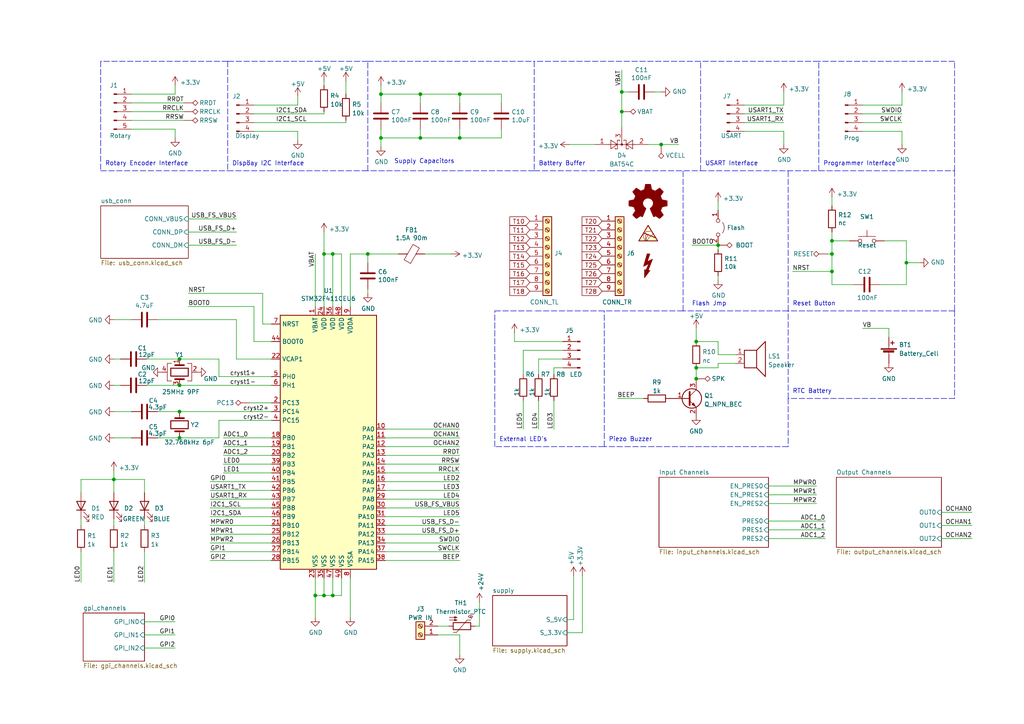
<source format=kicad_sch>
(kicad_sch (version 20211123) (generator eeschema)

  (uuid 949f679f-c6a9-4c5c-99c7-644ace536315)

  (paper "A4")

  (title_block
    (title "FloatPUMP Schematics")
    (date "2022-11-11")
    (rev "1.0")
    (company "robtor.de")
    (comment 1 "Controller board for up to 3 water pumps")
    (comment 2 "measuring capabilities with piezoresistive pressure sensors")
    (comment 3 "sensor input Range 4mA-20mA")
  )

  

  (junction (at 91.44 172.72) (diameter 0) (color 0 0 0 0)
    (uuid 0c1b88cb-a078-4181-b19e-b5625c47d08a)
  )
  (junction (at 96.52 73.66) (diameter 0) (color 0 0 0 0)
    (uuid 1b60fcfc-a270-4122-b967-c7c9c4b63403)
  )
  (junction (at 191.77 41.91) (diameter 0) (color 0 0 0 0)
    (uuid 1c5a68ea-fed7-43b9-a37a-435ca33d5ec4)
  )
  (junction (at 133.35 27.305) (diameter 0) (color 0 0 0 0)
    (uuid 2753d945-ace6-4480-9faf-9137856303ea)
  )
  (junction (at 121.92 40.005) (diameter 0) (color 0 0 0 0)
    (uuid 39d0e9d0-a702-4c04-bc3c-653ef4f0c50e)
  )
  (junction (at 241.3 73.66) (diameter 0) (color 0 0 0 0)
    (uuid 4cd454dd-343a-4999-b869-a7127a4d9978)
  )
  (junction (at 121.92 27.305) (diameter 0) (color 0 0 0 0)
    (uuid 4f94cfba-8412-4c60-a31b-e6d995934dc1)
  )
  (junction (at 96.52 172.72) (diameter 0) (color 0 0 0 0)
    (uuid 5793e5cf-aaeb-41cc-8318-bb2419c1b81f)
  )
  (junction (at 52.07 127) (diameter 0) (color 0 0 0 0)
    (uuid 5a70c532-5383-43bb-b441-21ca36bd2484)
  )
  (junction (at 110.49 40.005) (diameter 0) (color 0 0 0 0)
    (uuid 6f88fca4-4670-437c-9fd1-4ebd76593daa)
  )
  (junction (at 241.3 78.74) (diameter 0) (color 0 0 0 0)
    (uuid 70750f1a-6a6e-4571-87e8-e96d7814c66f)
  )
  (junction (at 201.93 109.855) (diameter 0) (color 0 0 0 0)
    (uuid 9036384e-eee5-4451-b7e7-87842d0d6fca)
  )
  (junction (at 262.89 76.2) (diameter 0) (color 0 0 0 0)
    (uuid 92a2589f-ae05-42af-aab0-9bfaaa2a73f1)
  )
  (junction (at 133.35 40.005) (diameter 0) (color 0 0 0 0)
    (uuid 9569d29f-17d3-40a7-b073-1b7eb9687b43)
  )
  (junction (at 52.07 104.14) (diameter 0) (color 0 0 0 0)
    (uuid 97bd1d07-8f04-442c-80ac-c95cf3f51efe)
  )
  (junction (at 52.07 119.38) (diameter 0) (color 0 0 0 0)
    (uuid a0900619-a580-41eb-9fbb-5149e9a28aef)
  )
  (junction (at 33.02 139.065) (diameter 0) (color 0 0 0 0)
    (uuid a4b63938-0a30-421e-a83e-07ee3a44f405)
  )
  (junction (at 52.07 111.76) (diameter 0) (color 0 0 0 0)
    (uuid a70dc485-cc49-4e1f-b1ec-eb9c56462344)
  )
  (junction (at 180.34 26.67) (diameter 0) (color 0 0 0 0)
    (uuid bf64b8d9-04f8-4bac-906b-3f89e12e5d32)
  )
  (junction (at 201.93 106.68) (diameter 0) (color 0 0 0 0)
    (uuid d85d001d-db06-423e-99e2-d2c9676bf6eb)
  )
  (junction (at 106.68 73.66) (diameter 0) (color 0 0 0 0)
    (uuid dbb72415-af02-4b41-adad-978e86e84f5e)
  )
  (junction (at 208.28 71.12) (diameter 0) (color 0 0 0 0)
    (uuid dc71b394-38ca-4c3c-a2a5-7ef7a670c49b)
  )
  (junction (at 110.49 27.305) (diameter 0) (color 0 0 0 0)
    (uuid dee204e1-3149-4bb4-b821-dbc11df06a18)
  )
  (junction (at 93.98 73.66) (diameter 0) (color 0 0 0 0)
    (uuid ebee7b2d-9f75-4529-9377-97f671d1e3dc)
  )
  (junction (at 201.93 99.06) (diameter 0) (color 0 0 0 0)
    (uuid ec8c2ca1-97d3-4d7c-af64-6cbbbe597d8b)
  )
  (junction (at 93.98 172.72) (diameter 0) (color 0 0 0 0)
    (uuid ed19ccea-cfd8-433f-8938-ca1dd302430c)
  )
  (junction (at 180.34 32.385) (diameter 0) (color 0 0 0 0)
    (uuid f486435c-c972-42e4-8219-35ab13b3a285)
  )
  (junction (at 241.3 69.85) (diameter 0) (color 0 0 0 0)
    (uuid f93f0caf-de38-451e-8ca0-f8175bc6663c)
  )

  (wire (pts (xy 64.77 129.54) (xy 78.74 129.54))
    (stroke (width 0) (type default) (color 0 0 0 0))
    (uuid 011b2a2a-a574-42b5-999f-7ed9d9776a43)
  )
  (polyline (pts (xy 175.26 129.54) (xy 175.26 90.17))
    (stroke (width 0) (type default) (color 0 0 0 0))
    (uuid 01d42531-06ff-458e-91d1-5b96d3f8b385)
  )

  (wire (pts (xy 182.245 26.67) (xy 180.34 26.67))
    (stroke (width 0) (type default) (color 0 0 0 0))
    (uuid 0228648f-fd85-4f7f-9204-53610241d2b9)
  )
  (wire (pts (xy 38.1 119.38) (xy 33.02 119.38))
    (stroke (width 0) (type default) (color 0 0 0 0))
    (uuid 036a7d28-05ab-4651-ba1c-47fa1d863421)
  )
  (wire (pts (xy 73.66 99.06) (xy 73.66 88.9))
    (stroke (width 0) (type default) (color 0 0 0 0))
    (uuid 03a5e9df-cec7-4991-b6d5-c82d388e8d2e)
  )
  (wire (pts (xy 255.27 82.55) (xy 262.89 82.55))
    (stroke (width 0) (type default) (color 0 0 0 0))
    (uuid 062011a8-2b6e-42bc-aa5b-790abf63d348)
  )
  (wire (pts (xy 99.06 73.66) (xy 96.52 73.66))
    (stroke (width 0) (type default) (color 0 0 0 0))
    (uuid 06a42763-2f97-4419-84a6-ef6ea2a60fb4)
  )
  (wire (pts (xy 133.35 184.15) (xy 133.35 189.865))
    (stroke (width 0) (type default) (color 0 0 0 0))
    (uuid 07bc83a8-62a6-4bc6-a183-17b07f743dc3)
  )
  (wire (pts (xy 121.92 27.305) (xy 121.92 29.845))
    (stroke (width 0) (type default) (color 0 0 0 0))
    (uuid 08d4cfaf-b332-40f7-973c-66684e7a54a3)
  )
  (wire (pts (xy 110.49 27.305) (xy 110.49 29.845))
    (stroke (width 0) (type default) (color 0 0 0 0))
    (uuid 0a637dc5-5627-4329-935c-c4f041de6385)
  )
  (wire (pts (xy 93.98 33.02) (xy 93.98 32.385))
    (stroke (width 0) (type default) (color 0 0 0 0))
    (uuid 0bd2a9c0-96d6-44df-80fd-f97264a8b783)
  )
  (wire (pts (xy 52.07 104.14) (xy 42.545 104.14))
    (stroke (width 0) (type default) (color 0 0 0 0))
    (uuid 0c6fff14-bb97-4dc3-9f20-62bec77994c6)
  )
  (wire (pts (xy 78.74 119.38) (xy 52.07 119.38))
    (stroke (width 0) (type default) (color 0 0 0 0))
    (uuid 0e162795-22a7-4501-b03f-b283bb5650d9)
  )
  (wire (pts (xy 201.93 109.855) (xy 201.93 110.49))
    (stroke (width 0) (type default) (color 0 0 0 0))
    (uuid 0f47fb04-026a-4afa-9bfe-15f03def5d6b)
  )
  (wire (pts (xy 149.225 99.06) (xy 163.195 99.06))
    (stroke (width 0) (type default) (color 0 0 0 0))
    (uuid 126099d8-8b2d-4e87-990f-1fb99894d4b1)
  )
  (polyline (pts (xy 106.68 49.53) (xy 106.68 17.78))
    (stroke (width 0) (type default) (color 0 0 0 0))
    (uuid 14d3863a-1c03-4d48-a032-61ae3a0ad5c1)
  )

  (wire (pts (xy 78.74 132.08) (xy 64.77 132.08))
    (stroke (width 0) (type default) (color 0 0 0 0))
    (uuid 152be6bd-f8d6-47e9-9b6b-09485d01579b)
  )
  (wire (pts (xy 93.98 172.72) (xy 91.44 172.72))
    (stroke (width 0) (type default) (color 0 0 0 0))
    (uuid 16e9575c-a847-468f-810e-95497dadeb97)
  )
  (polyline (pts (xy 228.6 115.57) (xy 228.6 129.54))
    (stroke (width 0) (type default) (color 0 0 0 0))
    (uuid 17487b2e-2390-4106-a427-c6c54336dd3f)
  )
  (polyline (pts (xy 228.6 90.17) (xy 198.12 90.17))
    (stroke (width 0) (type default) (color 0 0 0 0))
    (uuid 191311d6-5bf7-47a9-ae1e-6b521cf3ea32)
  )

  (wire (pts (xy 60.96 149.86) (xy 78.74 149.86))
    (stroke (width 0) (type default) (color 0 0 0 0))
    (uuid 196b514b-b3f6-4344-904e-bca015040e93)
  )
  (wire (pts (xy 106.68 83.82) (xy 106.68 85.09))
    (stroke (width 0) (type default) (color 0 0 0 0))
    (uuid 1a8290e9-c445-4b51-b8b0-45fcbf671219)
  )
  (wire (pts (xy 41.91 142.875) (xy 41.91 139.065))
    (stroke (width 0) (type default) (color 0 0 0 0))
    (uuid 1ad7936f-a45d-43a3-8729-3f6ad34b3bbe)
  )
  (wire (pts (xy 208.28 80.01) (xy 208.28 81.28))
    (stroke (width 0) (type default) (color 0 0 0 0))
    (uuid 1b373a0f-a405-4f7c-be0d-0a515d48b205)
  )
  (wire (pts (xy 127 184.15) (xy 133.35 184.15))
    (stroke (width 0) (type default) (color 0 0 0 0))
    (uuid 1bd8d612-e272-4d35-ba59-ea5675b3dee2)
  )
  (wire (pts (xy 111.76 127) (xy 133.35 127))
    (stroke (width 0) (type default) (color 0 0 0 0))
    (uuid 1dc46e87-a953-4f20-a4d4-4ecede78d2eb)
  )
  (wire (pts (xy 111.76 157.48) (xy 133.35 157.48))
    (stroke (width 0) (type default) (color 0 0 0 0))
    (uuid 1dd42d41-b809-42ae-b6a5-91ce0f5409f7)
  )
  (wire (pts (xy 100.33 23.495) (xy 100.33 27.305))
    (stroke (width 0) (type default) (color 0 0 0 0))
    (uuid 1e65348d-0394-491b-9696-4c8b7499f309)
  )
  (wire (pts (xy 215.9 35.56) (xy 227.33 35.56))
    (stroke (width 0) (type default) (color 0 0 0 0))
    (uuid 1f4d482a-d80d-48b4-a443-e0ca391c4f86)
  )
  (wire (pts (xy 241.3 69.85) (xy 241.3 73.66))
    (stroke (width 0) (type default) (color 0 0 0 0))
    (uuid 22a0b2d5-d975-4c12-bf03-7470074fed54)
  )
  (wire (pts (xy 96.52 167.64) (xy 96.52 172.72))
    (stroke (width 0) (type default) (color 0 0 0 0))
    (uuid 22f22dbe-16ed-4088-a875-5700f66d16da)
  )
  (wire (pts (xy 241.3 78.74) (xy 229.87 78.74))
    (stroke (width 0) (type default) (color 0 0 0 0))
    (uuid 2400f930-cf6d-41a8-baef-3048725f3a5b)
  )
  (wire (pts (xy 208.28 99.06) (xy 208.28 102.87))
    (stroke (width 0) (type default) (color 0 0 0 0))
    (uuid 268b38a4-5791-4865-b036-a0203f8e626d)
  )
  (wire (pts (xy 163.195 101.6) (xy 151.765 101.6))
    (stroke (width 0) (type default) (color 0 0 0 0))
    (uuid 27394eba-9cc1-4464-8a20-cc6a5fec851e)
  )
  (wire (pts (xy 133.35 40.005) (xy 145.415 40.005))
    (stroke (width 0) (type default) (color 0 0 0 0))
    (uuid 29120252-d73c-4a5c-b87f-011abc045fcf)
  )
  (wire (pts (xy 38.1 27.305) (xy 50.8 27.305))
    (stroke (width 0) (type default) (color 0 0 0 0))
    (uuid 2a745fcb-09cd-409b-a911-81fd22f368af)
  )
  (wire (pts (xy 41.91 187.96) (xy 50.8 187.96))
    (stroke (width 0) (type default) (color 0 0 0 0))
    (uuid 2abcf069-19de-44b8-a6b8-4d5ee2f7d656)
  )
  (wire (pts (xy 111.76 160.02) (xy 133.35 160.02))
    (stroke (width 0) (type default) (color 0 0 0 0))
    (uuid 2e15e8aa-7905-4170-bb81-958c9c2c74db)
  )
  (wire (pts (xy 52.07 111.76) (xy 42.545 111.76))
    (stroke (width 0) (type default) (color 0 0 0 0))
    (uuid 2e2ea9dc-2e78-48b2-a918-779655a2f4bb)
  )
  (wire (pts (xy 111.76 147.32) (xy 133.35 147.32))
    (stroke (width 0) (type default) (color 0 0 0 0))
    (uuid 2e4f3627-f43e-4331-8ab0-f5d657fd4ada)
  )
  (polyline (pts (xy 66.04 17.78) (xy 29.21 17.78))
    (stroke (width 0) (type default) (color 0 0 0 0))
    (uuid 2e6a35eb-6636-4c39-9b2b-0859e1c94ec8)
  )
  (polyline (pts (xy 66.04 49.53) (xy 106.68 49.53))
    (stroke (width 0) (type default) (color 0 0 0 0))
    (uuid 3010d011-eabc-4cec-b667-b7b1111e3ea0)
  )

  (wire (pts (xy 250.19 33.02) (xy 261.62 33.02))
    (stroke (width 0) (type default) (color 0 0 0 0))
    (uuid 30260a6a-a0b0-4b42-95c3-26be610ecc3e)
  )
  (wire (pts (xy 156.21 116.205) (xy 156.21 124.46))
    (stroke (width 0) (type default) (color 0 0 0 0))
    (uuid 303ae7a7-4a06-4b35-a5ee-99b6d0ccce36)
  )
  (wire (pts (xy 33.02 111.76) (xy 34.925 111.76))
    (stroke (width 0) (type default) (color 0 0 0 0))
    (uuid 30c2d75b-0aa4-4c8b-abd3-15a8940150c1)
  )
  (wire (pts (xy 23.495 142.875) (xy 23.495 139.065))
    (stroke (width 0) (type default) (color 0 0 0 0))
    (uuid 30c6d872-e47d-4ced-8e4c-2dd7b663d734)
  )
  (wire (pts (xy 133.35 27.305) (xy 121.92 27.305))
    (stroke (width 0) (type default) (color 0 0 0 0))
    (uuid 31ddafb9-61de-4674-b559-9e8bd04c8807)
  )
  (wire (pts (xy 166.37 167.005) (xy 166.37 179.705))
    (stroke (width 0) (type default) (color 0 0 0 0))
    (uuid 32552d8d-ef82-40d3-aa95-d5b169fab07e)
  )
  (wire (pts (xy 201.93 99.06) (xy 208.28 99.06))
    (stroke (width 0) (type default) (color 0 0 0 0))
    (uuid 32a972fc-0c88-44e2-804d-656cd9a1d817)
  )
  (polyline (pts (xy 154.94 49.53) (xy 106.68 49.53))
    (stroke (width 0) (type default) (color 0 0 0 0))
    (uuid 32b4cc52-0f7d-4657-a812-f0ec32bb962f)
  )

  (wire (pts (xy 133.35 37.465) (xy 133.35 40.005))
    (stroke (width 0) (type default) (color 0 0 0 0))
    (uuid 339df927-10f1-44cb-aa5f-82bfd46240c7)
  )
  (wire (pts (xy 78.74 144.78) (xy 60.96 144.78))
    (stroke (width 0) (type default) (color 0 0 0 0))
    (uuid 35e191e7-0681-4caa-ab56-bca67244817b)
  )
  (polyline (pts (xy 143.51 90.17) (xy 154.94 90.17))
    (stroke (width 0) (type default) (color 0 0 0 0))
    (uuid 361b2945-3ddb-479e-87ba-da3a8981f58f)
  )

  (wire (pts (xy 78.74 139.7) (xy 60.96 139.7))
    (stroke (width 0) (type default) (color 0 0 0 0))
    (uuid 375fb2af-999a-47fb-b314-c5ed0dda8fca)
  )
  (wire (pts (xy 123.19 73.66) (xy 130.81 73.66))
    (stroke (width 0) (type default) (color 0 0 0 0))
    (uuid 398e575e-ffcc-47d3-99bb-d2398359704a)
  )
  (wire (pts (xy 160.655 106.68) (xy 160.655 108.585))
    (stroke (width 0) (type default) (color 0 0 0 0))
    (uuid 3a1fc013-e799-4688-ae20-2bbf502da68b)
  )
  (wire (pts (xy 250.19 30.48) (xy 261.62 30.48))
    (stroke (width 0) (type default) (color 0 0 0 0))
    (uuid 3a77ad2c-5616-4b44-93df-e454912b8b77)
  )
  (wire (pts (xy 111.76 124.46) (xy 133.35 124.46))
    (stroke (width 0) (type default) (color 0 0 0 0))
    (uuid 3bb1b200-9bd3-4ca2-a3fe-ceac65ba2f22)
  )
  (wire (pts (xy 151.765 116.205) (xy 151.765 124.46))
    (stroke (width 0) (type default) (color 0 0 0 0))
    (uuid 3c68ad2c-9010-4ef7-bedd-f009382cb08f)
  )
  (wire (pts (xy 250.19 95.25) (xy 257.81 95.25))
    (stroke (width 0) (type default) (color 0 0 0 0))
    (uuid 3eff4e29-2225-4c7e-8279-6d6efa2d67e4)
  )
  (wire (pts (xy 247.65 82.55) (xy 241.3 82.55))
    (stroke (width 0) (type default) (color 0 0 0 0))
    (uuid 3f407738-52f9-487e-96ff-574567b43890)
  )
  (wire (pts (xy 45.72 92.71) (xy 68.58 92.71))
    (stroke (width 0) (type default) (color 0 0 0 0))
    (uuid 400b7b23-e399-48ba-af02-3f8bdfca3c55)
  )
  (wire (pts (xy 111.76 129.54) (xy 133.35 129.54))
    (stroke (width 0) (type default) (color 0 0 0 0))
    (uuid 4015be1a-c6e1-42db-af6f-c161f489ea1f)
  )
  (wire (pts (xy 33.02 160.02) (xy 33.02 168.91))
    (stroke (width 0) (type default) (color 0 0 0 0))
    (uuid 4118162d-0e05-4908-9a1f-c7016575bccb)
  )
  (polyline (pts (xy 29.21 17.78) (xy 29.21 49.53))
    (stroke (width 0) (type default) (color 0 0 0 0))
    (uuid 41b6e1ba-5c99-4fd7-9c65-c4fb07c70188)
  )

  (wire (pts (xy 191.77 41.91) (xy 196.85 41.91))
    (stroke (width 0) (type default) (color 0 0 0 0))
    (uuid 424267dd-6303-4018-aae0-34d62814fcba)
  )
  (wire (pts (xy 99.06 167.64) (xy 99.06 172.72))
    (stroke (width 0) (type default) (color 0 0 0 0))
    (uuid 424d7750-ddcd-4f41-93ea-a6761834f91c)
  )
  (wire (pts (xy 222.885 140.97) (xy 236.855 140.97))
    (stroke (width 0) (type default) (color 0 0 0 0))
    (uuid 438c390e-2817-4262-9bb8-264a62f66854)
  )
  (wire (pts (xy 111.76 137.16) (xy 133.35 137.16))
    (stroke (width 0) (type default) (color 0 0 0 0))
    (uuid 4390a55c-a8f9-4caf-a838-233bb3ce27aa)
  )
  (wire (pts (xy 241.3 73.66) (xy 241.3 78.74))
    (stroke (width 0) (type default) (color 0 0 0 0))
    (uuid 43951137-b2ae-4c0a-b786-c0130baa43cf)
  )
  (wire (pts (xy 68.58 104.14) (xy 78.74 104.14))
    (stroke (width 0) (type default) (color 0 0 0 0))
    (uuid 43c49596-4b82-4ee2-b1be-2aafb6486920)
  )
  (wire (pts (xy 96.52 88.9) (xy 96.52 73.66))
    (stroke (width 0) (type default) (color 0 0 0 0))
    (uuid 4444fd17-a409-4254-92e6-9a69f5880d89)
  )
  (wire (pts (xy 180.34 26.67) (xy 180.34 20.32))
    (stroke (width 0) (type default) (color 0 0 0 0))
    (uuid 44ca684d-985e-45fb-a22b-01e29383cba4)
  )
  (wire (pts (xy 273.05 152.4) (xy 281.94 152.4))
    (stroke (width 0) (type default) (color 0 0 0 0))
    (uuid 44f02c76-ffc0-47e0-9779-2d79a58ff9cf)
  )
  (wire (pts (xy 208.28 58.42) (xy 208.28 60.96))
    (stroke (width 0) (type default) (color 0 0 0 0))
    (uuid 45f77cbe-76c9-4770-945d-6ce9f436791e)
  )
  (polyline (pts (xy 276.86 49.53) (xy 276.86 17.78))
    (stroke (width 0) (type default) (color 0 0 0 0))
    (uuid 4738ad5c-de7a-450c-a864-83a693566efb)
  )
  (polyline (pts (xy 154.94 49.53) (xy 203.2 49.53))
    (stroke (width 0) (type default) (color 0 0 0 0))
    (uuid 4cf2a8ea-f147-45e1-b905-8e01e3488a54)
  )

  (wire (pts (xy 52.07 119.38) (xy 45.72 119.38))
    (stroke (width 0) (type default) (color 0 0 0 0))
    (uuid 4d42688d-59c9-41ed-af68-2d906566e68c)
  )
  (wire (pts (xy 23.495 160.02) (xy 23.495 168.91))
    (stroke (width 0) (type default) (color 0 0 0 0))
    (uuid 4d4de7d2-6a8b-425f-a4ad-2111507b5618)
  )
  (wire (pts (xy 208.28 71.12) (xy 200.66 71.12))
    (stroke (width 0) (type default) (color 0 0 0 0))
    (uuid 4d79ec2b-2fc9-4ba1-b93a-d630912470a0)
  )
  (wire (pts (xy 34.925 104.14) (xy 33.02 104.14))
    (stroke (width 0) (type default) (color 0 0 0 0))
    (uuid 4e0ac502-331a-4340-82b9-dd8d8cee49d0)
  )
  (wire (pts (xy 227.33 38.1) (xy 227.33 41.91))
    (stroke (width 0) (type default) (color 0 0 0 0))
    (uuid 4fddd78f-1b0d-4365-b740-2df7595c3522)
  )
  (wire (pts (xy 156.21 104.14) (xy 156.21 108.585))
    (stroke (width 0) (type default) (color 0 0 0 0))
    (uuid 505d5465-5d3c-4c20-a903-bb9f0614c27d)
  )
  (wire (pts (xy 111.76 142.24) (xy 133.35 142.24))
    (stroke (width 0) (type default) (color 0 0 0 0))
    (uuid 507dbcec-13ef-491c-9e13-750ae5d08786)
  )
  (polyline (pts (xy 175.26 129.54) (xy 143.51 129.54))
    (stroke (width 0) (type default) (color 0 0 0 0))
    (uuid 51bbc616-36a1-464c-9200-0d0c8edfe960)
  )

  (wire (pts (xy 64.77 137.16) (xy 78.74 137.16))
    (stroke (width 0) (type default) (color 0 0 0 0))
    (uuid 51d162f7-2e8a-4bc7-88c1-e6c065d4b161)
  )
  (polyline (pts (xy 106.68 17.78) (xy 154.94 17.78))
    (stroke (width 0) (type default) (color 0 0 0 0))
    (uuid 55438888-edf4-4cf0-83da-f060d3938df2)
  )

  (wire (pts (xy 262.89 69.85) (xy 262.89 76.2))
    (stroke (width 0) (type default) (color 0 0 0 0))
    (uuid 55587dc1-052d-440c-a761-29091bbb6f2b)
  )
  (wire (pts (xy 163.195 106.68) (xy 160.655 106.68))
    (stroke (width 0) (type default) (color 0 0 0 0))
    (uuid 56073852-e094-44c0-abb8-63498ed962c1)
  )
  (wire (pts (xy 222.885 151.13) (xy 239.395 151.13))
    (stroke (width 0) (type default) (color 0 0 0 0))
    (uuid 5651f317-a2b7-4f02-bafd-3ed49b106af9)
  )
  (wire (pts (xy 111.76 134.62) (xy 133.35 134.62))
    (stroke (width 0) (type default) (color 0 0 0 0))
    (uuid 5675cbe2-6193-4193-a086-51fe846aeda2)
  )
  (wire (pts (xy 145.415 37.465) (xy 145.415 40.005))
    (stroke (width 0) (type default) (color 0 0 0 0))
    (uuid 57dab67d-73b5-4fcb-901b-a69051e35364)
  )
  (wire (pts (xy 76.2 93.98) (xy 76.2 85.09))
    (stroke (width 0) (type default) (color 0 0 0 0))
    (uuid 57fd891c-135f-4c54-af0d-9ea73edf736e)
  )
  (wire (pts (xy 227.33 30.48) (xy 227.33 26.67))
    (stroke (width 0) (type default) (color 0 0 0 0))
    (uuid 58170f19-2867-4e92-aef8-b013ab60ff8b)
  )
  (wire (pts (xy 241.3 57.15) (xy 241.3 59.69))
    (stroke (width 0) (type default) (color 0 0 0 0))
    (uuid 58a18d69-fc34-46c3-b57c-2e4d5b6313a2)
  )
  (wire (pts (xy 151.765 101.6) (xy 151.765 108.585))
    (stroke (width 0) (type default) (color 0 0 0 0))
    (uuid 5ab5fc39-d119-4939-b187-6241bdd9350c)
  )
  (polyline (pts (xy 106.68 17.78) (xy 66.04 17.78))
    (stroke (width 0) (type default) (color 0 0 0 0))
    (uuid 5be033f5-9678-4b75-be3b-55853d81c4f8)
  )

  (wire (pts (xy 121.92 27.305) (xy 110.49 27.305))
    (stroke (width 0) (type default) (color 0 0 0 0))
    (uuid 5c2af2de-18cd-439f-b9b8-856093f4e3ac)
  )
  (wire (pts (xy 241.3 78.74) (xy 241.3 82.55))
    (stroke (width 0) (type default) (color 0 0 0 0))
    (uuid 5d9a5990-dcf8-486e-bfb6-30d6c0b34192)
  )
  (wire (pts (xy 63.5 104.14) (xy 52.07 104.14))
    (stroke (width 0) (type default) (color 0 0 0 0))
    (uuid 5e1d9c1f-58d3-41cd-9eb4-fb2ae3a4b10c)
  )
  (wire (pts (xy 215.9 30.48) (xy 227.33 30.48))
    (stroke (width 0) (type default) (color 0 0 0 0))
    (uuid 5e2838cc-acd7-4c51-bc18-f5f97bf524d9)
  )
  (polyline (pts (xy 29.21 49.53) (xy 66.04 49.53))
    (stroke (width 0) (type default) (color 0 0 0 0))
    (uuid 5fe5e54d-1eb6-4f0a-a978-61e0039cfbf1)
  )

  (wire (pts (xy 63.5 109.22) (xy 63.5 104.14))
    (stroke (width 0) (type default) (color 0 0 0 0))
    (uuid 613967c9-6a2a-45ae-bf78-98e4612f5d55)
  )
  (wire (pts (xy 240.03 73.66) (xy 241.3 73.66))
    (stroke (width 0) (type default) (color 0 0 0 0))
    (uuid 6142ef34-97be-4c90-9ca7-e387753b518a)
  )
  (wire (pts (xy 101.6 88.9) (xy 101.6 73.66))
    (stroke (width 0) (type default) (color 0 0 0 0))
    (uuid 618c3501-0e3a-49e5-8b16-1ffee4adee40)
  )
  (wire (pts (xy 222.885 156.21) (xy 239.395 156.21))
    (stroke (width 0) (type default) (color 0 0 0 0))
    (uuid 62b8cb17-877a-45b0-821a-c147661d06ec)
  )
  (wire (pts (xy 241.3 69.85) (xy 246.38 69.85))
    (stroke (width 0) (type default) (color 0 0 0 0))
    (uuid 62d616c4-a645-4785-83f4-e7b9176541bd)
  )
  (wire (pts (xy 262.89 76.2) (xy 266.7 76.2))
    (stroke (width 0) (type default) (color 0 0 0 0))
    (uuid 63c78302-c24d-424c-9283-52ae93200987)
  )
  (wire (pts (xy 63.5 121.92) (xy 63.5 127))
    (stroke (width 0) (type default) (color 0 0 0 0))
    (uuid 65a211f6-d005-41c5-aeb4-31d7e06acfc2)
  )
  (wire (pts (xy 64.77 134.62) (xy 78.74 134.62))
    (stroke (width 0) (type default) (color 0 0 0 0))
    (uuid 68877676-f185-4ce5-994a-3e7cd8c4b619)
  )
  (wire (pts (xy 111.76 152.4) (xy 133.35 152.4))
    (stroke (width 0) (type default) (color 0 0 0 0))
    (uuid 69502565-c8b7-43eb-99e0-3580594b1098)
  )
  (wire (pts (xy 201.93 106.68) (xy 201.93 109.855))
    (stroke (width 0) (type default) (color 0 0 0 0))
    (uuid 69ab2ff6-8d0a-4e41-8e1a-1caf0870f3b7)
  )
  (wire (pts (xy 201.93 95.25) (xy 201.93 99.06))
    (stroke (width 0) (type default) (color 0 0 0 0))
    (uuid 6c7d8008-17da-4be5-b57e-dfb877a7ef32)
  )
  (wire (pts (xy 121.92 37.465) (xy 121.92 40.005))
    (stroke (width 0) (type default) (color 0 0 0 0))
    (uuid 6ce9cb44-7b50-4bf3-98c7-6ca59e7305b2)
  )
  (wire (pts (xy 145.415 29.845) (xy 145.415 27.305))
    (stroke (width 0) (type default) (color 0 0 0 0))
    (uuid 6dd36aa5-6a60-4752-8a21-1772effb9f07)
  )
  (polyline (pts (xy 276.86 17.78) (xy 237.49 17.78))
    (stroke (width 0) (type default) (color 0 0 0 0))
    (uuid 6fd2b7a8-9e41-4aa1-88b4-f9ee307d1b4b)
  )

  (wire (pts (xy 78.74 111.76) (xy 52.07 111.76))
    (stroke (width 0) (type default) (color 0 0 0 0))
    (uuid 715db6a8-aaa0-46b4-addd-972ee71b75dc)
  )
  (wire (pts (xy 110.49 37.465) (xy 110.49 40.005))
    (stroke (width 0) (type default) (color 0 0 0 0))
    (uuid 71b00c47-caef-48f6-91be-7f1855a1e2c0)
  )
  (wire (pts (xy 111.76 132.08) (xy 133.35 132.08))
    (stroke (width 0) (type default) (color 0 0 0 0))
    (uuid 72cc00e4-7e53-46d8-858f-e435f5b37f05)
  )
  (wire (pts (xy 201.93 106.68) (xy 208.28 106.68))
    (stroke (width 0) (type default) (color 0 0 0 0))
    (uuid 743fef08-4881-4afb-adde-ee5bd2198117)
  )
  (wire (pts (xy 241.3 67.31) (xy 241.3 69.85))
    (stroke (width 0) (type default) (color 0 0 0 0))
    (uuid 748c549b-7c57-462b-9f39-c28eb0045225)
  )
  (wire (pts (xy 215.9 38.1) (xy 227.33 38.1))
    (stroke (width 0) (type default) (color 0 0 0 0))
    (uuid 74d4a3c7-cc41-4e0e-b616-9fc3c358b2ae)
  )
  (wire (pts (xy 121.92 40.005) (xy 110.49 40.005))
    (stroke (width 0) (type default) (color 0 0 0 0))
    (uuid 752a7bdc-59a7-4a9e-ae9b-a35465dc8e0c)
  )
  (wire (pts (xy 93.98 88.9) (xy 93.98 73.66))
    (stroke (width 0) (type default) (color 0 0 0 0))
    (uuid 75594c3c-e55b-4454-809c-0a72aa43af83)
  )
  (wire (pts (xy 222.885 153.67) (xy 239.395 153.67))
    (stroke (width 0) (type default) (color 0 0 0 0))
    (uuid 769aead0-25d0-4594-84cb-d6b74ceb8cd8)
  )
  (wire (pts (xy 23.495 139.065) (xy 33.02 139.065))
    (stroke (width 0) (type default) (color 0 0 0 0))
    (uuid 78ce4bcf-16dc-4d77-99b5-ce1b3e6d1d63)
  )
  (wire (pts (xy 261.62 30.48) (xy 261.62 26.67))
    (stroke (width 0) (type default) (color 0 0 0 0))
    (uuid 78f1b9a8-ca0e-4e8c-91b8-a46bcfebec64)
  )
  (wire (pts (xy 164.465 179.705) (xy 166.37 179.705))
    (stroke (width 0) (type default) (color 0 0 0 0))
    (uuid 7c1300bc-e1a7-4d72-bfe2-bffc21d5f5e3)
  )
  (wire (pts (xy 73.66 88.9) (xy 54.61 88.9))
    (stroke (width 0) (type default) (color 0 0 0 0))
    (uuid 7c20a18a-318c-4e79-afcf-a3e87eb69a53)
  )
  (wire (pts (xy 99.06 172.72) (xy 96.52 172.72))
    (stroke (width 0) (type default) (color 0 0 0 0))
    (uuid 7ee436ac-423d-4d29-90ad-39fdc300fae0)
  )
  (wire (pts (xy 68.58 92.71) (xy 68.58 104.14))
    (stroke (width 0) (type default) (color 0 0 0 0))
    (uuid 837370a5-1290-49d7-96e4-d4c2412ac873)
  )
  (wire (pts (xy 96.52 172.72) (xy 93.98 172.72))
    (stroke (width 0) (type default) (color 0 0 0 0))
    (uuid 84a2320f-8ad9-4501-8628-7ca6e418f956)
  )
  (wire (pts (xy 179.07 115.57) (xy 186.69 115.57))
    (stroke (width 0) (type default) (color 0 0 0 0))
    (uuid 87cf9f49-2322-4621-91eb-11035c4cedf8)
  )
  (wire (pts (xy 72.39 116.84) (xy 78.74 116.84))
    (stroke (width 0) (type default) (color 0 0 0 0))
    (uuid 88123869-4c37-45f5-b8c1-72149ea8f4ba)
  )
  (wire (pts (xy 133.35 40.005) (xy 121.92 40.005))
    (stroke (width 0) (type default) (color 0 0 0 0))
    (uuid 88c7d4ef-4a81-4ff0-8236-354227632382)
  )
  (wire (pts (xy 164.465 183.515) (xy 168.91 183.515))
    (stroke (width 0) (type default) (color 0 0 0 0))
    (uuid 88d142d5-00b5-4d86-9b5a-1ce9e7d17cbb)
  )
  (wire (pts (xy 160.655 116.205) (xy 160.655 124.46))
    (stroke (width 0) (type default) (color 0 0 0 0))
    (uuid 8afd873f-9a06-4b39-ab04-49f0059f061b)
  )
  (wire (pts (xy 41.91 184.15) (xy 50.8 184.15))
    (stroke (width 0) (type default) (color 0 0 0 0))
    (uuid 8b4e071f-9509-4780-a465-03d34bc67608)
  )
  (wire (pts (xy 78.74 109.22) (xy 63.5 109.22))
    (stroke (width 0) (type default) (color 0 0 0 0))
    (uuid 8b558919-c46d-47f8-bf42-0c0ee86f63f0)
  )
  (wire (pts (xy 111.76 139.7) (xy 133.35 139.7))
    (stroke (width 0) (type default) (color 0 0 0 0))
    (uuid 8bf90929-6d2d-4a79-b1a1-138fa542533a)
  )
  (wire (pts (xy 137.795 181.61) (xy 139.065 181.61))
    (stroke (width 0) (type default) (color 0 0 0 0))
    (uuid 8c71accb-9ad4-46a4-99b3-04c04e38d9f1)
  )
  (polyline (pts (xy 154.94 17.78) (xy 154.94 49.53))
    (stroke (width 0) (type default) (color 0 0 0 0))
    (uuid 8d77d4ce-5809-4e16-9db8-9d8672ed5276)
  )

  (wire (pts (xy 73.66 38.1) (xy 86.36 38.1))
    (stroke (width 0) (type default) (color 0 0 0 0))
    (uuid 8d858d92-08ba-438f-a480-02393eb30c20)
  )
  (polyline (pts (xy 237.49 17.78) (xy 203.2 17.78))
    (stroke (width 0) (type default) (color 0 0 0 0))
    (uuid 8f2ebcdd-5322-432c-8de8-6f6fa3726577)
  )

  (wire (pts (xy 86.36 38.1) (xy 86.36 40.64))
    (stroke (width 0) (type default) (color 0 0 0 0))
    (uuid 8f733a2c-4b86-4934-a2e4-283803e72b72)
  )
  (wire (pts (xy 91.44 172.72) (xy 91.44 167.64))
    (stroke (width 0) (type default) (color 0 0 0 0))
    (uuid 911ef457-a362-4278-aeb0-e20b4bb95f57)
  )
  (wire (pts (xy 76.2 85.09) (xy 54.61 85.09))
    (stroke (width 0) (type default) (color 0 0 0 0))
    (uuid 91e5eec5-ba86-4de8-8306-b82359e84f0b)
  )
  (wire (pts (xy 111.76 149.86) (xy 133.35 149.86))
    (stroke (width 0) (type default) (color 0 0 0 0))
    (uuid 93be490e-4a1a-433c-b296-e5201b30adb1)
  )
  (polyline (pts (xy 237.49 49.53) (xy 237.49 17.78))
    (stroke (width 0) (type default) (color 0 0 0 0))
    (uuid 95462dda-11ce-48d0-b7d6-002ca6ca715a)
  )

  (wire (pts (xy 78.74 154.94) (xy 60.96 154.94))
    (stroke (width 0) (type default) (color 0 0 0 0))
    (uuid 95c0b30a-014d-4809-9e39-76cfd21137e8)
  )
  (wire (pts (xy 38.1 32.385) (xy 53.34 32.385))
    (stroke (width 0) (type default) (color 0 0 0 0))
    (uuid 95d61b58-2fd5-43ab-bfd4-cc233f0800db)
  )
  (wire (pts (xy 273.05 156.21) (xy 281.94 156.21))
    (stroke (width 0) (type default) (color 0 0 0 0))
    (uuid 95fa23fd-11b6-43e1-a7ba-9d9bca32c40b)
  )
  (wire (pts (xy 38.1 92.71) (xy 33.02 92.71))
    (stroke (width 0) (type default) (color 0 0 0 0))
    (uuid 964c3381-2dfe-4f42-9493-7645015217dd)
  )
  (wire (pts (xy 33.02 127) (xy 38.1 127))
    (stroke (width 0) (type default) (color 0 0 0 0))
    (uuid 98d42198-ed3b-4bf0-8e91-cbf5646f19a6)
  )
  (wire (pts (xy 93.98 73.66) (xy 93.98 67.31))
    (stroke (width 0) (type default) (color 0 0 0 0))
    (uuid 990602b7-cde7-45dc-92b8-b9c7bf4dd7ac)
  )
  (wire (pts (xy 93.98 167.64) (xy 93.98 172.72))
    (stroke (width 0) (type default) (color 0 0 0 0))
    (uuid 99979f31-c85d-4c90-81ff-676e69fef161)
  )
  (wire (pts (xy 86.36 27.94) (xy 86.36 30.48))
    (stroke (width 0) (type default) (color 0 0 0 0))
    (uuid 9a8e5ffa-9aed-471c-a8e6-a636cf083f34)
  )
  (wire (pts (xy 106.68 76.2) (xy 106.68 73.66))
    (stroke (width 0) (type default) (color 0 0 0 0))
    (uuid 9b08aa48-fde9-4f0c-abdd-7ab3f00ef3e0)
  )
  (wire (pts (xy 149.225 96.52) (xy 149.225 99.06))
    (stroke (width 0) (type default) (color 0 0 0 0))
    (uuid 9b20bafc-d645-4d67-9a2c-e2d16646bed8)
  )
  (wire (pts (xy 78.74 162.56) (xy 60.96 162.56))
    (stroke (width 0) (type default) (color 0 0 0 0))
    (uuid 9b37b30a-3649-4363-8875-f3fb5ec17e65)
  )
  (wire (pts (xy 215.9 33.02) (xy 227.33 33.02))
    (stroke (width 0) (type default) (color 0 0 0 0))
    (uuid 9c1e6565-7a7a-4067-bbd0-872c0268b742)
  )
  (wire (pts (xy 163.195 104.14) (xy 156.21 104.14))
    (stroke (width 0) (type default) (color 0 0 0 0))
    (uuid 9cc9d3c8-ba88-40da-9425-3b87aa46e513)
  )
  (wire (pts (xy 133.35 29.845) (xy 133.35 27.305))
    (stroke (width 0) (type default) (color 0 0 0 0))
    (uuid 9d5e6a18-8b3a-47d4-b855-1b2ca215c734)
  )
  (polyline (pts (xy 198.12 90.17) (xy 198.12 49.53))
    (stroke (width 0) (type default) (color 0 0 0 0))
    (uuid 9ecc751b-0606-4a8f-9372-63a5cb28ad4e)
  )

  (wire (pts (xy 262.89 76.2) (xy 262.89 82.55))
    (stroke (width 0) (type default) (color 0 0 0 0))
    (uuid a05ced30-092c-475f-857c-28f2ada8a95d)
  )
  (polyline (pts (xy 276.86 49.53) (xy 276.86 90.17))
    (stroke (width 0) (type default) (color 0 0 0 0))
    (uuid a0735468-fe8c-4d1d-8469-a88cd0829ac1)
  )

  (wire (pts (xy 54.61 71.12) (xy 68.58 71.12))
    (stroke (width 0) (type default) (color 0 0 0 0))
    (uuid a2a8943b-bcd6-4326-88ce-86d550232544)
  )
  (wire (pts (xy 180.34 32.385) (xy 180.34 36.83))
    (stroke (width 0) (type default) (color 0 0 0 0))
    (uuid a6b1970e-7fb2-4104-ae0a-e27cd049864d)
  )
  (wire (pts (xy 78.74 93.98) (xy 76.2 93.98))
    (stroke (width 0) (type default) (color 0 0 0 0))
    (uuid a89c8429-59bb-42fc-bc75-babaaeef03d9)
  )
  (wire (pts (xy 257.81 97.79) (xy 257.81 95.25))
    (stroke (width 0) (type default) (color 0 0 0 0))
    (uuid a9a9a4b6-8a0f-441d-b901-b6be940df615)
  )
  (wire (pts (xy 73.66 30.48) (xy 86.36 30.48))
    (stroke (width 0) (type default) (color 0 0 0 0))
    (uuid aa3fb47d-c127-41e0-acc4-dce6b0c86d5f)
  )
  (wire (pts (xy 139.065 174.625) (xy 139.065 181.61))
    (stroke (width 0) (type default) (color 0 0 0 0))
    (uuid ab33725d-9bcc-4002-8a09-1a55b4581679)
  )
  (wire (pts (xy 63.5 127) (xy 52.07 127))
    (stroke (width 0) (type default) (color 0 0 0 0))
    (uuid ab6d145b-8b2c-4b78-9fa4-d11fb96ed0e4)
  )
  (wire (pts (xy 50.8 37.465) (xy 50.8 40.005))
    (stroke (width 0) (type default) (color 0 0 0 0))
    (uuid adbff9ca-1914-4369-8ccd-4dec08f28a8e)
  )
  (polyline (pts (xy 228.6 90.17) (xy 228.6 49.53))
    (stroke (width 0) (type default) (color 0 0 0 0))
    (uuid add543ca-adad-4f14-9c6f-90093a2e4561)
  )

  (wire (pts (xy 100.33 35.56) (xy 100.33 34.925))
    (stroke (width 0) (type default) (color 0 0 0 0))
    (uuid ae573e88-cf0e-42aa-83ce-8bd94150ded4)
  )
  (wire (pts (xy 256.54 69.85) (xy 262.89 69.85))
    (stroke (width 0) (type default) (color 0 0 0 0))
    (uuid af6725f5-c846-41f8-b609-4d0d39f7a149)
  )
  (polyline (pts (xy 228.6 115.57) (xy 228.6 90.17))
    (stroke (width 0) (type default) (color 0 0 0 0))
    (uuid b0dad422-ee01-40cf-9bf3-b9abe86989a0)
  )

  (wire (pts (xy 250.19 35.56) (xy 261.62 35.56))
    (stroke (width 0) (type default) (color 0 0 0 0))
    (uuid b12b8d6d-075d-4ebe-8821-613f22e76050)
  )
  (wire (pts (xy 60.96 160.02) (xy 78.74 160.02))
    (stroke (width 0) (type default) (color 0 0 0 0))
    (uuid b27f8d6a-5c79-4388-b709-4ee534ab4242)
  )
  (polyline (pts (xy 198.12 90.17) (xy 154.94 90.17))
    (stroke (width 0) (type default) (color 0 0 0 0))
    (uuid b401eecd-f8bd-4e64-8d28-37b75cfe8ca1)
  )
  (polyline (pts (xy 276.86 90.17) (xy 228.6 90.17))
    (stroke (width 0) (type default) (color 0 0 0 0))
    (uuid b6056db1-1452-4b70-b01d-a7ba36c5259e)
  )

  (wire (pts (xy 111.76 154.94) (xy 133.35 154.94))
    (stroke (width 0) (type default) (color 0 0 0 0))
    (uuid b7bf21d8-635b-4ba8-931a-f395d90500b3)
  )
  (polyline (pts (xy 66.04 17.78) (xy 66.04 49.53))
    (stroke (width 0) (type default) (color 0 0 0 0))
    (uuid b8414c94-63de-4156-a96e-3fc44e986736)
  )
  (polyline (pts (xy 228.6 129.54) (xy 175.26 129.54))
    (stroke (width 0) (type default) (color 0 0 0 0))
    (uuid b94aeef8-cd3f-4340-9ae1-82d3bb739012)
  )

  (wire (pts (xy 91.44 88.9) (xy 91.44 73.66))
    (stroke (width 0) (type default) (color 0 0 0 0))
    (uuid bb1bb570-2a1a-4394-a465-3e3f93b04bc3)
  )
  (wire (pts (xy 96.52 73.66) (xy 93.98 73.66))
    (stroke (width 0) (type default) (color 0 0 0 0))
    (uuid bc1861f3-bc7f-47c2-9f68-a672fe4e27e5)
  )
  (wire (pts (xy 41.91 150.495) (xy 41.91 152.4))
    (stroke (width 0) (type default) (color 0 0 0 0))
    (uuid bc1cd474-ad2d-4d09-84b6-2427b03dddd2)
  )
  (wire (pts (xy 250.19 38.1) (xy 261.62 38.1))
    (stroke (width 0) (type default) (color 0 0 0 0))
    (uuid bc47ce52-222c-47cd-ad64-1775f2c90d97)
  )
  (wire (pts (xy 110.49 27.305) (xy 110.49 24.765))
    (stroke (width 0) (type default) (color 0 0 0 0))
    (uuid bc776d57-ec50-4332-bcea-30cfae22cb9c)
  )
  (wire (pts (xy 99.06 88.9) (xy 99.06 73.66))
    (stroke (width 0) (type default) (color 0 0 0 0))
    (uuid bcb24732-4854-4f1c-8c63-7ed38b9499fe)
  )
  (wire (pts (xy 208.28 72.39) (xy 208.28 71.12))
    (stroke (width 0) (type default) (color 0 0 0 0))
    (uuid bf9c2abc-32bf-4026-9f6c-082d75f3024c)
  )
  (wire (pts (xy 110.49 40.005) (xy 110.49 42.545))
    (stroke (width 0) (type default) (color 0 0 0 0))
    (uuid c138df99-414c-43c1-acb2-f07d1bf70c11)
  )
  (polyline (pts (xy 203.2 49.53) (xy 237.49 49.53))
    (stroke (width 0) (type default) (color 0 0 0 0))
    (uuid c6af4135-16c4-4238-ad8c-249231c54888)
  )

  (wire (pts (xy 111.76 162.56) (xy 133.35 162.56))
    (stroke (width 0) (type default) (color 0 0 0 0))
    (uuid c711a49a-c2e7-4fe7-a5e9-375f5e64d2bc)
  )
  (wire (pts (xy 38.1 37.465) (xy 50.8 37.465))
    (stroke (width 0) (type default) (color 0 0 0 0))
    (uuid c80e5648-60ca-4a95-816c-f49b2f0a5777)
  )
  (wire (pts (xy 93.98 23.495) (xy 93.98 24.765))
    (stroke (width 0) (type default) (color 0 0 0 0))
    (uuid c84aefb8-9f08-4261-8cba-cacf291e197d)
  )
  (wire (pts (xy 261.62 38.1) (xy 261.62 41.91))
    (stroke (width 0) (type default) (color 0 0 0 0))
    (uuid cb14be23-ab98-48c6-9abc-b932f63964a4)
  )
  (wire (pts (xy 60.96 142.24) (xy 78.74 142.24))
    (stroke (width 0) (type default) (color 0 0 0 0))
    (uuid cb7bc55a-2323-48ce-92b6-125d73a762b3)
  )
  (wire (pts (xy 91.44 172.72) (xy 91.44 179.07))
    (stroke (width 0) (type default) (color 0 0 0 0))
    (uuid ccc4c377-89ee-44c7-a202-6503eff25fe6)
  )
  (wire (pts (xy 78.74 121.92) (xy 63.5 121.92))
    (stroke (width 0) (type default) (color 0 0 0 0))
    (uuid ce45bb24-479d-4683-aa67-755497195e70)
  )
  (wire (pts (xy 78.74 99.06) (xy 73.66 99.06))
    (stroke (width 0) (type default) (color 0 0 0 0))
    (uuid ce5a1aac-236e-4abf-b1fe-601a38c49f71)
  )
  (wire (pts (xy 222.885 143.51) (xy 236.855 143.51))
    (stroke (width 0) (type default) (color 0 0 0 0))
    (uuid cea0e747-bc0d-4ecc-afdd-051936aac5b3)
  )
  (wire (pts (xy 78.74 127) (xy 64.77 127))
    (stroke (width 0) (type default) (color 0 0 0 0))
    (uuid d0ce3aee-e805-4c59-8762-90f34d751749)
  )
  (wire (pts (xy 33.02 139.065) (xy 33.02 142.875))
    (stroke (width 0) (type default) (color 0 0 0 0))
    (uuid d173243c-9836-4450-b9b9-8164a87447dc)
  )
  (polyline (pts (xy 203.2 17.78) (xy 154.94 17.78))
    (stroke (width 0) (type default) (color 0 0 0 0))
    (uuid d2df2db7-6b1d-41f5-82f6-b44efdb2263a)
  )
  (polyline (pts (xy 276.86 90.17) (xy 276.86 115.57))
    (stroke (width 0) (type default) (color 0 0 0 0))
    (uuid d3ccf262-928e-4d3c-b7fb-10f0fd24e90c)
  )

  (wire (pts (xy 187.96 41.91) (xy 191.77 41.91))
    (stroke (width 0) (type default) (color 0 0 0 0))
    (uuid d59d8e3b-ab91-4e44-a48e-fcab5114ba4b)
  )
  (wire (pts (xy 191.77 26.67) (xy 189.865 26.67))
    (stroke (width 0) (type default) (color 0 0 0 0))
    (uuid d6056601-590e-40a7-8ff6-31fe6146d5f2)
  )
  (wire (pts (xy 106.68 73.66) (xy 115.57 73.66))
    (stroke (width 0) (type default) (color 0 0 0 0))
    (uuid d6810000-b98f-4103-8b13-717f8558ec4e)
  )
  (wire (pts (xy 73.66 33.02) (xy 93.98 33.02))
    (stroke (width 0) (type default) (color 0 0 0 0))
    (uuid d6d2b2a7-d8a5-420f-a284-8759beb962c6)
  )
  (wire (pts (xy 41.91 180.34) (xy 50.8 180.34))
    (stroke (width 0) (type default) (color 0 0 0 0))
    (uuid d7be70c0-432e-4886-8aed-aaaf7b3d6873)
  )
  (wire (pts (xy 50.8 24.765) (xy 50.8 27.305))
    (stroke (width 0) (type default) (color 0 0 0 0))
    (uuid dcff3f94-f6a1-46ab-808f-ff344af909cf)
  )
  (wire (pts (xy 168.91 167.005) (xy 168.91 183.515))
    (stroke (width 0) (type default) (color 0 0 0 0))
    (uuid decffccb-3910-4a00-b471-9086ac1afabe)
  )
  (wire (pts (xy 111.76 144.78) (xy 133.35 144.78))
    (stroke (width 0) (type default) (color 0 0 0 0))
    (uuid dfa0739b-211d-4ea0-b2c6-5d073248355d)
  )
  (wire (pts (xy 78.74 157.48) (xy 60.96 157.48))
    (stroke (width 0) (type default) (color 0 0 0 0))
    (uuid dfed6e74-55ff-41a0-a5be-13947b0d0f22)
  )
  (wire (pts (xy 208.28 105.41) (xy 208.28 106.68))
    (stroke (width 0) (type default) (color 0 0 0 0))
    (uuid e285b06c-3055-4c27-9657-454e5eee412a)
  )
  (wire (pts (xy 38.1 29.845) (xy 53.34 29.845))
    (stroke (width 0) (type default) (color 0 0 0 0))
    (uuid e63bea54-8882-4449-827e-26ac8b2b34b1)
  )
  (wire (pts (xy 33.02 139.065) (xy 41.91 139.065))
    (stroke (width 0) (type default) (color 0 0 0 0))
    (uuid e73a6660-d48a-4e68-81c8-476273629ae8)
  )
  (polyline (pts (xy 143.51 129.54) (xy 143.51 90.17))
    (stroke (width 0) (type default) (color 0 0 0 0))
    (uuid e86f5740-aff8-4cde-80e3-0698a60149a9)
  )

  (wire (pts (xy 73.66 35.56) (xy 100.33 35.56))
    (stroke (width 0) (type default) (color 0 0 0 0))
    (uuid e89fb6a3-31fd-4862-ac4f-9b5b7beccc8e)
  )
  (wire (pts (xy 52.07 127) (xy 45.72 127))
    (stroke (width 0) (type default) (color 0 0 0 0))
    (uuid e90c6fab-6929-4bd3-a2c8-c327741c2207)
  )
  (wire (pts (xy 54.61 63.5) (xy 68.58 63.5))
    (stroke (width 0) (type default) (color 0 0 0 0))
    (uuid e95ae691-6553-4ec9-9bfb-ec7e231ba2ff)
  )
  (wire (pts (xy 33.02 136.525) (xy 33.02 139.065))
    (stroke (width 0) (type default) (color 0 0 0 0))
    (uuid ea1bf3bb-617d-4685-ac7d-38426d0a3177)
  )
  (wire (pts (xy 213.36 105.41) (xy 208.28 105.41))
    (stroke (width 0) (type default) (color 0 0 0 0))
    (uuid eb61c2d7-7968-485e-9d23-94f9df4543ec)
  )
  (wire (pts (xy 41.91 160.02) (xy 41.91 168.91))
    (stroke (width 0) (type default) (color 0 0 0 0))
    (uuid ec5aefdf-0a0a-4e5e-a358-8d55d652d7d9)
  )
  (wire (pts (xy 133.35 27.305) (xy 145.415 27.305))
    (stroke (width 0) (type default) (color 0 0 0 0))
    (uuid eda5650f-4123-47f7-a571-b4cf417c532d)
  )
  (polyline (pts (xy 203.2 49.53) (xy 203.2 17.78))
    (stroke (width 0) (type default) (color 0 0 0 0))
    (uuid ee664fba-5e11-49e9-b568-bf569641899a)
  )

  (wire (pts (xy 273.05 148.59) (xy 281.94 148.59))
    (stroke (width 0) (type default) (color 0 0 0 0))
    (uuid eed5dbbe-9362-46fd-9ec9-8df3ea84b9d9)
  )
  (wire (pts (xy 54.61 67.31) (xy 68.58 67.31))
    (stroke (width 0) (type default) (color 0 0 0 0))
    (uuid efff8124-bdab-4cd3-8181-faad1eb27e4f)
  )
  (wire (pts (xy 101.6 167.64) (xy 101.6 179.07))
    (stroke (width 0) (type default) (color 0 0 0 0))
    (uuid f0332d1f-1208-4b12-a62f-9d973be4942a)
  )
  (wire (pts (xy 208.28 102.87) (xy 213.36 102.87))
    (stroke (width 0) (type default) (color 0 0 0 0))
    (uuid f1c037e2-4968-4b91-93d7-5af5fa892692)
  )
  (wire (pts (xy 165.1 41.91) (xy 172.72 41.91))
    (stroke (width 0) (type default) (color 0 0 0 0))
    (uuid f51f9441-4a22-42ba-84ab-b9f70e0bb738)
  )
  (wire (pts (xy 127 181.61) (xy 130.175 181.61))
    (stroke (width 0) (type default) (color 0 0 0 0))
    (uuid f68609f3-db3f-40a8-b141-a9386259ca3b)
  )
  (wire (pts (xy 38.1 34.925) (xy 53.34 34.925))
    (stroke (width 0) (type default) (color 0 0 0 0))
    (uuid f6d7768b-349b-4d15-860f-03353a92b09a)
  )
  (wire (pts (xy 23.495 150.495) (xy 23.495 152.4))
    (stroke (width 0) (type default) (color 0 0 0 0))
    (uuid fc22b293-6cee-449d-b5a4-753d9e7bd70e)
  )
  (wire (pts (xy 60.96 147.32) (xy 78.74 147.32))
    (stroke (width 0) (type default) (color 0 0 0 0))
    (uuid fd279f4a-6103-49ab-9aca-9c752647cb31)
  )
  (polyline (pts (xy 276.86 115.57) (xy 228.6 115.57))
    (stroke (width 0) (type default) (color 0 0 0 0))
    (uuid fd2c4dfc-6ee1-4379-9c1d-4105297e3b22)
  )

  (wire (pts (xy 101.6 73.66) (xy 106.68 73.66))
    (stroke (width 0) (type default) (color 0 0 0 0))
    (uuid fd5f488f-02dc-45e3-81dd-6ecd42735c1e)
  )
  (wire (pts (xy 180.34 26.67) (xy 180.34 32.385))
    (stroke (width 0) (type default) (color 0 0 0 0))
    (uuid fdadcd65-f9cd-4782-864d-73f050b8fdc6)
  )
  (wire (pts (xy 78.74 152.4) (xy 60.96 152.4))
    (stroke (width 0) (type default) (color 0 0 0 0))
    (uuid fe800396-56f0-4157-b178-12820e8e71f6)
  )
  (polyline (pts (xy 237.49 49.53) (xy 276.86 49.53))
    (stroke (width 0) (type default) (color 0 0 0 0))
    (uuid ff13df63-79e7-456b-ba33-c7b42181baf1)
  )

  (wire (pts (xy 33.02 150.495) (xy 33.02 152.4))
    (stroke (width 0) (type default) (color 0 0 0 0))
    (uuid ff5f55d8-385c-483e-824c-68c831f6b346)
  )
  (wire (pts (xy 222.885 146.05) (xy 236.855 146.05))
    (stroke (width 0) (type default) (color 0 0 0 0))
    (uuid ffdd8df0-24b8-4804-8c68-0e63bb417a68)
  )

  (text "External LED's" (at 144.78 128.27 0)
    (effects (font (size 1.27 1.27)) (justify left bottom))
    (uuid 017a1a46-f72b-4996-b512-4b634480c4a5)
  )
  (text "RTC Battery" (at 229.87 114.3 0)
    (effects (font (size 1.27 1.27)) (justify left bottom))
    (uuid 0b5885e5-3847-4f5e-80a6-a1d39a0aefd0)
  )
  (text "Dispöay I2C Interface" (at 67.31 48.26 0)
    (effects (font (size 1.27 1.27)) (justify left bottom))
    (uuid 0defbe19-7b19-4a49-8972-10bbc764b5a7)
  )
  (text "Supply Capacitors" (at 114.3 47.625 0)
    (effects (font (size 1.27 1.27)) (justify left bottom))
    (uuid 3e1ba6f1-d940-410a-bd1f-10d2af9a24ae)
  )
  (text "Programmer Interface" (at 238.76 48.26 0)
    (effects (font (size 1.27 1.27)) (justify left bottom))
    (uuid 587138c9-702c-4a25-839b-028ab8a02ae7)
  )
  (text "USART Interface" (at 204.47 48.26 0)
    (effects (font (size 1.27 1.27)) (justify left bottom))
    (uuid 809952c8-24e7-4ea8-bfc0-946fbf63093b)
  )
  (text "Flash Jmp" (at 200.66 88.9 0)
    (effects (font (size 1.27 1.27)) (justify left bottom))
    (uuid a8f2ac5c-add0-4922-966b-0f44cf18ed75)
  )
  (text "Piezo Buzzer" (at 176.53 128.27 0)
    (effects (font (size 1.27 1.27)) (justify left bottom))
    (uuid b94cb03a-bc8a-45e6-aadf-06e0fbd0235f)
  )
  (text "Reset Button" (at 229.87 88.9 0)
    (effects (font (size 1.27 1.27)) (justify left bottom))
    (uuid ce6d8115-7823-4fa9-9e76-4a170d34e0ba)
  )
  (text "Rotary Encoder Interface" (at 30.48 48.26 0)
    (effects (font (size 1.27 1.27)) (justify left bottom))
    (uuid ea567204-ac80-4545-984d-6fca6cd2b7ef)
  )
  (text "Battery Buffer" (at 156.21 48.26 0)
    (effects (font (size 1.27 1.27)) (justify left bottom))
    (uuid eb47dc04-05eb-48cf-ad53-7f358086fc3c)
  )

  (label "ADC1_2" (at 64.77 132.08 0)
    (effects (font (size 1.27 1.27)) (justify left bottom))
    (uuid 01f26101-14e0-49d7-b864-83154aa0392b)
  )
  (label "VB" (at 196.85 41.91 180)
    (effects (font (size 1.27 1.27)) (justify right bottom))
    (uuid 0ad54205-cd37-4326-af0f-448de1ac90d3)
  )
  (label "SWDIO" (at 261.62 33.02 180)
    (effects (font (size 1.27 1.27)) (justify right bottom))
    (uuid 0bafb6c3-29f6-4468-b990-40848bf1ed32)
  )
  (label "NRST" (at 229.87 78.74 0)
    (effects (font (size 1.27 1.27)) (justify left bottom))
    (uuid 0bf3de27-6c87-4257-bdac-61101f34f880)
  )
  (label "I2C1_SCL" (at 80.01 35.56 0)
    (effects (font (size 1.27 1.27)) (justify left bottom))
    (uuid 0bf53b7e-bec3-4f28-b622-5e594121350e)
  )
  (label "LED1" (at 33.02 168.91 90)
    (effects (font (size 1.27 1.27)) (justify left bottom))
    (uuid 0bfc7775-35ea-4265-98df-93644976ab20)
  )
  (label "RRDT" (at 53.34 29.845 180)
    (effects (font (size 1.27 1.27)) (justify right bottom))
    (uuid 0d8cceb6-90fb-424d-ba7e-7e1ec0606a2e)
  )
  (label "GPI1" (at 50.8 184.15 180)
    (effects (font (size 1.27 1.27)) (justify right bottom))
    (uuid 0ef8f704-3780-400d-a7e0-b4d07c8fe5cd)
  )
  (label "USART1_RX" (at 60.96 144.78 0)
    (effects (font (size 1.27 1.27)) (justify left bottom))
    (uuid 10a22105-b5e5-4d0e-baa6-7c8d166cee3a)
  )
  (label "VBAT" (at 91.44 77.47 90)
    (effects (font (size 1.27 1.27)) (justify left bottom))
    (uuid 119583ad-9474-4db5-8169-33e03808748c)
  )
  (label "cryst1+" (at 66.675 109.22 0)
    (effects (font (size 1.27 1.27)) (justify left bottom))
    (uuid 137b70cb-5668-4b92-9118-012903996c43)
  )
  (label "SWDIO" (at 133.35 157.48 180)
    (effects (font (size 1.27 1.27)) (justify right bottom))
    (uuid 1565bb66-b2a0-44b4-9dd5-e36fa0378a13)
  )
  (label "GPI2" (at 50.8 187.96 180)
    (effects (font (size 1.27 1.27)) (justify right bottom))
    (uuid 1db55f4c-c514-41d4-b660-55ed292fa0ac)
  )
  (label "GPI2" (at 60.96 162.56 0)
    (effects (font (size 1.27 1.27)) (justify left bottom))
    (uuid 24971fe2-a935-44f2-8811-c5172cf816be)
  )
  (label "MPWR2" (at 60.96 157.48 0)
    (effects (font (size 1.27 1.27)) (justify left bottom))
    (uuid 2e9ffb67-bf9e-40ec-a54e-c0611c059ca1)
  )
  (label "LED3" (at 160.655 124.46 90)
    (effects (font (size 1.27 1.27)) (justify left bottom))
    (uuid 307a4f5e-b4d0-44d4-b839-15eeef9c5d49)
  )
  (label "USB_FS_D-" (at 133.35 152.4 180)
    (effects (font (size 1.27 1.27)) (justify right bottom))
    (uuid 324c6e2b-aee1-48fe-8d26-b3f3f55229fb)
  )
  (label "LED5" (at 151.765 124.46 90)
    (effects (font (size 1.27 1.27)) (justify left bottom))
    (uuid 3599f4e8-3fb3-4d84-9723-76b40e926b1e)
  )
  (label "LED4" (at 133.35 144.78 180)
    (effects (font (size 1.27 1.27)) (justify right bottom))
    (uuid 37dc14e2-f05a-4b6d-a204-00d1a64fe143)
  )
  (label "BOOT0" (at 200.66 71.12 0)
    (effects (font (size 1.27 1.27)) (justify left bottom))
    (uuid 3c90c2f6-5699-44ff-a0d7-4f2a6987c670)
  )
  (label "OCHAN2" (at 281.94 156.21 180)
    (effects (font (size 1.27 1.27)) (justify right bottom))
    (uuid 40b7033f-56a8-4a37-af8e-e47dd03d953b)
  )
  (label "SWCLK" (at 133.35 160.02 180)
    (effects (font (size 1.27 1.27)) (justify right bottom))
    (uuid 45d6d53a-fad1-4668-9d88-a1119f0ff15a)
  )
  (label "I2C1_SDA" (at 60.96 149.86 0)
    (effects (font (size 1.27 1.27)) (justify left bottom))
    (uuid 4a6336e7-ef02-466a-b414-91780f3b7064)
  )
  (label "USART1_TX" (at 60.96 142.24 0)
    (effects (font (size 1.27 1.27)) (justify left bottom))
    (uuid 4eff8699-ddbb-47d3-b710-c5845377e1d3)
  )
  (label "RRSW" (at 53.34 34.925 180)
    (effects (font (size 1.27 1.27)) (justify right bottom))
    (uuid 55a4774d-4ea8-49d4-874b-a093480f21f3)
  )
  (label "ADC1_1" (at 239.395 153.67 180)
    (effects (font (size 1.27 1.27)) (justify right bottom))
    (uuid 5c7b727e-1cdf-4ecb-9cf1-48558db33af3)
  )
  (label "I2C1_SCL" (at 60.96 147.32 0)
    (effects (font (size 1.27 1.27)) (justify left bottom))
    (uuid 5d2815c4-905c-48f8-804d-0c55f5785a93)
  )
  (label "LED0" (at 64.77 134.62 0)
    (effects (font (size 1.27 1.27)) (justify left bottom))
    (uuid 5d94ff4e-a986-4051-91de-fe0615c8c5cc)
  )
  (label "OCHAN1" (at 133.35 127 180)
    (effects (font (size 1.27 1.27)) (justify right bottom))
    (uuid 61f67028-00f5-4b0a-be62-aa9dfe927cdb)
  )
  (label "USB_FS_VBUS" (at 68.58 63.5 180)
    (effects (font (size 1.27 1.27)) (justify right bottom))
    (uuid 62ee71f9-523d-446c-aaad-63916388e5b1)
  )
  (label "SWCLK" (at 261.62 35.56 180)
    (effects (font (size 1.27 1.27)) (justify right bottom))
    (uuid 652f4aaa-29c6-49c3-98bc-268b651cc5b1)
  )
  (label "OCHAN2" (at 133.35 129.54 180)
    (effects (font (size 1.27 1.27)) (justify right bottom))
    (uuid 69f66d06-f98c-4cb9-99be-0b785b82bb39)
  )
  (label "USB_FS_D-" (at 68.58 71.12 180)
    (effects (font (size 1.27 1.27)) (justify right bottom))
    (uuid 6bf8fb7f-ec37-44f1-887b-868bea2ade29)
  )
  (label "RRSW" (at 133.35 134.62 180)
    (effects (font (size 1.27 1.27)) (justify right bottom))
    (uuid 6cf470ec-cf60-4857-a654-d4f4e879f44f)
  )
  (label "OCHAN0" (at 281.94 148.59 180)
    (effects (font (size 1.27 1.27)) (justify right bottom))
    (uuid 73377c61-4b88-4a36-977d-e4ec19babf5c)
  )
  (label "ADC1_2" (at 239.395 156.21 180)
    (effects (font (size 1.27 1.27)) (justify right bottom))
    (uuid 73e4fcb3-e436-4e5a-af51-d6bac5d5b249)
  )
  (label "USART1_RX" (at 227.33 35.56 180)
    (effects (font (size 1.27 1.27)) (justify right bottom))
    (uuid 79be2177-45e3-4591-b0e4-9f6611d4d304)
  )
  (label "MPWR2" (at 236.855 146.05 180)
    (effects (font (size 1.27 1.27)) (justify right bottom))
    (uuid 80a392e7-6229-4f28-8661-5e6f382ac66b)
  )
  (label "BEEP" (at 133.35 162.56 180)
    (effects (font (size 1.27 1.27)) (justify right bottom))
    (uuid 817e9fb0-0ae3-4e01-a0ef-945961e19efe)
  )
  (label "NRST" (at 54.61 85.09 0)
    (effects (font (size 1.27 1.27)) (justify left bottom))
    (uuid 83d6e466-b1b3-4852-bb18-1870428418d6)
  )
  (label "GPI0" (at 60.96 139.7 0)
    (effects (font (size 1.27 1.27)) (justify left bottom))
    (uuid 861c066b-24a5-40ad-abdb-81ad01a08c52)
  )
  (label "LED2" (at 41.91 168.91 90)
    (effects (font (size 1.27 1.27)) (justify left bottom))
    (uuid 86e6d591-8084-4a92-a5c2-9af4a530888b)
  )
  (label "cryst2-" (at 70.485 121.92 0)
    (effects (font (size 1.27 1.27)) (justify left bottom))
    (uuid 8c5afe24-91c1-402d-b83d-7c0d60b4da4d)
  )
  (label "RRCLK" (at 133.35 137.16 180)
    (effects (font (size 1.27 1.27)) (justify right bottom))
    (uuid 8c8c59e1-1920-4ac6-8ff7-3c1859ce6103)
  )
  (label "LED3" (at 133.35 142.24 180)
    (effects (font (size 1.27 1.27)) (justify right bottom))
    (uuid 908e257c-25af-4b93-adf9-6e79fad23a9e)
  )
  (label "LED1" (at 64.77 137.16 0)
    (effects (font (size 1.27 1.27)) (justify left bottom))
    (uuid 917cc612-5289-41aa-9bc7-d66a48401312)
  )
  (label "LED0" (at 23.495 168.91 90)
    (effects (font (size 1.27 1.27)) (justify left bottom))
    (uuid 9680f7d3-99b4-42f7-b07c-eb99bd686e6f)
  )
  (label "OCHAN0" (at 133.35 124.46 180)
    (effects (font (size 1.27 1.27)) (justify right bottom))
    (uuid 98dfd6c3-376d-4a5a-8d89-816548ad7dfa)
  )
  (label "GPI1" (at 60.96 160.02 0)
    (effects (font (size 1.27 1.27)) (justify left bottom))
    (uuid 9bac1879-0f10-478b-ae7e-2a30ac69a7e4)
  )
  (label "OCHAN1" (at 281.94 152.4 180)
    (effects (font (size 1.27 1.27)) (justify right bottom))
    (uuid a48cef53-7b65-48d3-8e3e-ba6ef4210794)
  )
  (label "cryst1-" (at 66.675 111.76 0)
    (effects (font (size 1.27 1.27)) (justify left bottom))
    (uuid ae581cf0-088b-4a56-a6fb-eb60810c89dc)
  )
  (label "RRCLK" (at 53.34 32.385 180)
    (effects (font (size 1.27 1.27)) (justify right bottom))
    (uuid b58069b1-acff-47e7-ba13-93f0588aca67)
  )
  (label "MPWR0" (at 236.855 140.97 180)
    (effects (font (size 1.27 1.27)) (justify right bottom))
    (uuid b68728c4-75ca-4cd7-a5c4-ca373982ddb1)
  )
  (label "I2C1_SDA" (at 80.01 33.02 0)
    (effects (font (size 1.27 1.27)) (justify left bottom))
    (uuid baf45280-83b2-4a6c-84eb-013ba743c5d2)
  )
  (label "ADC1_1" (at 64.77 129.54 0)
    (effects (font (size 1.27 1.27)) (justify left bottom))
    (uuid bfb2dd11-7539-40fc-ba94-235cdef582c6)
  )
  (label "USB_FS_D+" (at 133.35 154.94 180)
    (effects (font (size 1.27 1.27)) (justify right bottom))
    (uuid c1a44538-f6f8-4af0-9fc5-3f6b11729d3f)
  )
  (label "GPI0" (at 50.8 180.34 180)
    (effects (font (size 1.27 1.27)) (justify right bottom))
    (uuid c5173561-9d82-4d57-8ff1-e5e1372c9298)
  )
  (label "USB_FS_D+" (at 68.58 67.31 180)
    (effects (font (size 1.27 1.27)) (justify right bottom))
    (uuid c79e5f67-4b78-4499-ac27-2e9576ba1f8d)
  )
  (label "cryst2+" (at 70.485 119.38 0)
    (effects (font (size 1.27 1.27)) (justify left bottom))
    (uuid ca8d602e-23d0-43a5-9ef4-fc14701d179e)
  )
  (label "USART1_TX" (at 227.33 33.02 180)
    (effects (font (size 1.27 1.27)) (justify right bottom))
    (uuid d0900990-075f-4812-bd59-e5062bc74f3b)
  )
  (label "VB" (at 250.19 95.25 0)
    (effects (font (size 1.27 1.27)) (justify left bottom))
    (uuid d09618a2-c5e3-4ef4-b0ec-d277f47ec4ff)
  )
  (label "BEEP" (at 179.07 115.57 0)
    (effects (font (size 1.27 1.27)) (justify left bottom))
    (uuid d1a1a029-6cfe-4bbc-97ea-1f0f7e755349)
  )
  (label "LED4" (at 156.21 124.46 90)
    (effects (font (size 1.27 1.27)) (justify left bottom))
    (uuid d44b69dd-a688-4a8c-a170-31b8605fdc4c)
  )
  (label "USB_FS_VBUS" (at 133.35 147.32 180)
    (effects (font (size 1.27 1.27)) (justify right bottom))
    (uuid d5726472-d1c1-480c-8a8e-61e17c0bf72e)
  )
  (label "ADC1_0" (at 64.77 127 0)
    (effects (font (size 1.27 1.27)) (justify left bottom))
    (uuid db27a1de-06c2-4314-b565-a78c9686fafb)
  )
  (label "MPWR1" (at 60.96 154.94 0)
    (effects (font (size 1.27 1.27)) (justify left bottom))
    (uuid dbed082c-31eb-4550-80d7-db601aa7ce1f)
  )
  (label "LED5" (at 133.35 149.86 180)
    (effects (font (size 1.27 1.27)) (justify right bottom))
    (uuid dd05e16a-b4de-451e-8db5-7f04207e0db1)
  )
  (label "BOOT0" (at 54.61 88.9 0)
    (effects (font (size 1.27 1.27)) (justify left bottom))
    (uuid e71e4571-a2c0-4cdc-a885-cb23ad9f49ec)
  )
  (label "RRDT" (at 133.35 132.08 180)
    (effects (font (size 1.27 1.27)) (justify right bottom))
    (uuid e72798e2-9100-4ab4-ad96-f081271afee7)
  )
  (label "MPWR1" (at 236.855 143.51 180)
    (effects (font (size 1.27 1.27)) (justify right bottom))
    (uuid e879d712-18af-4756-8ead-224246068494)
  )
  (label "ADC1_0" (at 239.395 151.13 180)
    (effects (font (size 1.27 1.27)) (justify right bottom))
    (uuid f4ee6f32-763f-41f0-8d36-ac7648c57b21)
  )
  (label "VBAT" (at 180.34 20.32 270)
    (effects (font (size 1.27 1.27)) (justify right bottom))
    (uuid f5b2e692-3243-408a-9160-bd207d3e0414)
  )
  (label "MPWR0" (at 60.96 152.4 0)
    (effects (font (size 1.27 1.27)) (justify left bottom))
    (uuid f69fcc53-2631-45de-87bf-6432155144f3)
  )
  (label "LED2" (at 133.35 139.7 180)
    (effects (font (size 1.27 1.27)) (justify right bottom))
    (uuid f9f54305-2c45-4ef0-946a-c21c0b533443)
  )

  (global_label "T15" (shape input) (at 153.67 76.835 180) (fields_autoplaced)
    (effects (font (size 1.27 1.27)) (justify right))
    (uuid 1411bd32-3ea9-4ddd-b079-f2ef7aecc58e)
    (property "Referenzen zwischen Schaltplänen" "${INTERSHEET_REFS}" (id 0) (at 147.9591 76.7556 0)
      (effects (font (size 1.27 1.27)) (justify right) hide)
    )
  )
  (global_label "T13" (shape input) (at 153.67 71.755 180) (fields_autoplaced)
    (effects (font (size 1.27 1.27)) (justify right))
    (uuid 3e6af9d9-5f75-497b-a09b-f50accedbdf2)
    (property "Referenzen zwischen Schaltplänen" "${INTERSHEET_REFS}" (id 0) (at 147.9591 71.6756 0)
      (effects (font (size 1.27 1.27)) (justify right) hide)
    )
  )
  (global_label "T12" (shape input) (at 153.67 69.215 180) (fields_autoplaced)
    (effects (font (size 1.27 1.27)) (justify right))
    (uuid 4ea6cf17-87f1-4952-800d-4395ae4a8d74)
    (property "Referenzen zwischen Schaltplänen" "${INTERSHEET_REFS}" (id 0) (at 147.9591 69.1356 0)
      (effects (font (size 1.27 1.27)) (justify right) hide)
    )
  )
  (global_label "T20" (shape input) (at 174.625 64.135 180) (fields_autoplaced)
    (effects (font (size 1.27 1.27)) (justify right))
    (uuid 51443dee-bd4b-4139-98bb-05ad3c54271c)
    (property "Referenzen zwischen Schaltplänen" "${INTERSHEET_REFS}" (id 0) (at 168.9141 64.0556 0)
      (effects (font (size 1.27 1.27)) (justify right) hide)
    )
  )
  (global_label "T16" (shape input) (at 153.67 79.375 180) (fields_autoplaced)
    (effects (font (size 1.27 1.27)) (justify right))
    (uuid 6dcb83aa-e91c-446d-8c1c-00e52f2827e8)
    (property "Referenzen zwischen Schaltplänen" "${INTERSHEET_REFS}" (id 0) (at 147.9591 79.2956 0)
      (effects (font (size 1.27 1.27)) (justify right) hide)
    )
  )
  (global_label "T10" (shape input) (at 153.67 64.135 180) (fields_autoplaced)
    (effects (font (size 1.27 1.27)) (justify right))
    (uuid 7b65e551-3512-4243-a461-926a635d67c2)
    (property "Referenzen zwischen Schaltplänen" "${INTERSHEET_REFS}" (id 0) (at 147.9591 64.0556 0)
      (effects (font (size 1.27 1.27)) (justify right) hide)
    )
  )
  (global_label "T25" (shape input) (at 174.625 76.835 180) (fields_autoplaced)
    (effects (font (size 1.27 1.27)) (justify right))
    (uuid 8bbbcd84-ac54-4c71-8bda-92dbefb8779a)
    (property "Referenzen zwischen Schaltplänen" "${INTERSHEET_REFS}" (id 0) (at 168.9141 76.7556 0)
      (effects (font (size 1.27 1.27)) (justify right) hide)
    )
  )
  (global_label "T21" (shape input) (at 174.625 66.675 180) (fields_autoplaced)
    (effects (font (size 1.27 1.27)) (justify right))
    (uuid 95232589-6cfd-4041-b6df-f7484a65af2d)
    (property "Referenzen zwischen Schaltplänen" "${INTERSHEET_REFS}" (id 0) (at 168.9141 66.5956 0)
      (effects (font (size 1.27 1.27)) (justify right) hide)
    )
  )
  (global_label "T22" (shape input) (at 174.625 69.215 180) (fields_autoplaced)
    (effects (font (size 1.27 1.27)) (justify right))
    (uuid 9d8f7a36-a6dc-485c-9a20-36186c299ef2)
    (property "Referenzen zwischen Schaltplänen" "${INTERSHEET_REFS}" (id 0) (at 168.9141 69.1356 0)
      (effects (font (size 1.27 1.27)) (justify right) hide)
    )
  )
  (global_label "T24" (shape input) (at 174.625 74.295 180) (fields_autoplaced)
    (effects (font (size 1.27 1.27)) (justify right))
    (uuid b4010302-32b5-4b5b-b1eb-239f514701b2)
    (property "Referenzen zwischen Schaltplänen" "${INTERSHEET_REFS}" (id 0) (at 168.9141 74.2156 0)
      (effects (font (size 1.27 1.27)) (justify right) hide)
    )
  )
  (global_label "T17" (shape input) (at 153.67 81.915 180) (fields_autoplaced)
    (effects (font (size 1.27 1.27)) (justify right))
    (uuid b4361d63-5163-4217-b79c-eb71ffcf9fd7)
    (property "Referenzen zwischen Schaltplänen" "${INTERSHEET_REFS}" (id 0) (at 147.9591 81.8356 0)
      (effects (font (size 1.27 1.27)) (justify right) hide)
    )
  )
  (global_label "T28" (shape input) (at 174.625 84.455 180) (fields_autoplaced)
    (effects (font (size 1.27 1.27)) (justify right))
    (uuid c7cd25ca-665c-4bb6-9486-6c6c6e96b8fe)
    (property "Referenzen zwischen Schaltplänen" "${INTERSHEET_REFS}" (id 0) (at 168.9141 84.3756 0)
      (effects (font (size 1.27 1.27)) (justify right) hide)
    )
  )
  (global_label "T27" (shape input) (at 174.625 81.915 180) (fields_autoplaced)
    (effects (font (size 1.27 1.27)) (justify right))
    (uuid cc942002-f0f0-413b-a94f-f3122cc8c90f)
    (property "Referenzen zwischen Schaltplänen" "${INTERSHEET_REFS}" (id 0) (at 168.9141 81.8356 0)
      (effects (font (size 1.27 1.27)) (justify right) hide)
    )
  )
  (global_label "T14" (shape input) (at 153.67 74.295 180) (fields_autoplaced)
    (effects (font (size 1.27 1.27)) (justify right))
    (uuid ce99db40-d01d-48b1-9d47-5da18b8d8513)
    (property "Referenzen zwischen Schaltplänen" "${INTERSHEET_REFS}" (id 0) (at 147.9591 74.2156 0)
      (effects (font (size 1.27 1.27)) (justify right) hide)
    )
  )
  (global_label "T26" (shape input) (at 174.625 79.375 180) (fields_autoplaced)
    (effects (font (size 1.27 1.27)) (justify right))
    (uuid e024dc7b-5b89-4f72-ae8b-fa0d8159dec8)
    (property "Referenzen zwischen Schaltplänen" "${INTERSHEET_REFS}" (id 0) (at 168.9141 79.2956 0)
      (effects (font (size 1.27 1.27)) (justify right) hide)
    )
  )
  (global_label "T18" (shape input) (at 153.67 84.455 180) (fields_autoplaced)
    (effects (font (size 1.27 1.27)) (justify right))
    (uuid e1938d98-3c9d-4151-ba9d-78ad07417399)
    (property "Referenzen zwischen Schaltplänen" "${INTERSHEET_REFS}" (id 0) (at 147.9591 84.3756 0)
      (effects (font (size 1.27 1.27)) (justify right) hide)
    )
  )
  (global_label "T23" (shape input) (at 174.625 71.755 180) (fields_autoplaced)
    (effects (font (size 1.27 1.27)) (justify right))
    (uuid e58a6e4d-d0b7-48ab-a924-78aa9a47449d)
    (property "Referenzen zwischen Schaltplänen" "${INTERSHEET_REFS}" (id 0) (at 168.9141 71.6756 0)
      (effects (font (size 1.27 1.27)) (justify right) hide)
    )
  )
  (global_label "T11" (shape input) (at 153.67 66.675 180) (fields_autoplaced)
    (effects (font (size 1.27 1.27)) (justify right))
    (uuid f6bcfb0e-967d-4afd-a230-b3ac1ebb33a6)
    (property "Referenzen zwischen Schaltplänen" "${INTERSHEET_REFS}" (id 0) (at 147.9591 66.5956 0)
      (effects (font (size 1.27 1.27)) (justify right) hide)
    )
  )

  (symbol (lib_id "MCU_ST_STM32F4:STM32F411CEUx") (at 96.52 127 0) (unit 1)
    (in_bom yes) (on_board yes)
    (uuid 00000000-0000-0000-0000-0000636c0193)
    (property "Reference" "U1" (id 0) (at 95.25 84.3026 0))
    (property "Value" "STM32F411CEU6" (id 1) (at 95.25 86.614 0))
    (property "Footprint" "Package_DFN_QFN:QFN-48-1EP_7x7mm_P0.5mm_EP5.6x5.6mm" (id 2) (at 81.28 165.1 0)
      (effects (font (size 1.27 1.27)) (justify right) hide)
    )
    (property "Datasheet" "http://www.st.com/st-web-ui/static/active/en/resource/technical/document/datasheet/DM00115249.pdf" (id 3) (at 96.52 127 0)
      (effects (font (size 1.27 1.27)) hide)
    )
    (property "JLCPCB" "C60420" (id 4) (at 96.52 127 0)
      (effects (font (size 1.27 1.27)) hide)
    )
    (pin "1" (uuid 1e766996-f37b-47e8-bc5b-dc9c27f7543f))
    (pin "10" (uuid 7edf752d-2616-45d2-8cb8-4622943246b2))
    (pin "11" (uuid b9a310a3-26bc-429c-a57e-2739e4aaa587))
    (pin "12" (uuid 8b5207e6-467b-4e54-a6c1-7a51251745fc))
    (pin "13" (uuid 47ff56d9-9266-4caa-9f98-1ca01809dada))
    (pin "14" (uuid 9ae3a0ac-4e10-4b88-abdb-4b1364be3570))
    (pin "15" (uuid 282ee813-c1d5-4993-946d-b30277f74143))
    (pin "16" (uuid 91b471d4-1286-4dc4-a78a-caff92597a6c))
    (pin "17" (uuid 68a6e09d-e23e-4415-9fb9-b3691cb2901e))
    (pin "18" (uuid 1f09b78c-443b-4f10-9b6d-d3189620479b))
    (pin "19" (uuid a90c388d-0a07-4fe8-a999-f7a7c17dee49))
    (pin "2" (uuid 5ffd7d67-6aa6-45db-a79b-01e7975761b9))
    (pin "20" (uuid 7b339044-6f0c-4036-a1fa-861975ea881c))
    (pin "21" (uuid 7ff2bea3-5a20-41de-80af-7c74b9314f98))
    (pin "22" (uuid d66b2366-7ce1-4ec9-93fe-c2d403a36681))
    (pin "23" (uuid 011947b7-e496-4737-aa02-c02fe2a60eb9))
    (pin "24" (uuid 4f73f9e7-f4bb-4942-899a-2d36f802b129))
    (pin "25" (uuid 9638bd29-f30c-45b0-8a24-af4dd5d1711a))
    (pin "26" (uuid fe30ecb8-62ec-47dd-8c1c-bf47cf204ce4))
    (pin "27" (uuid 9a2ca39d-9cba-4286-ab76-7442fd0e4042))
    (pin "28" (uuid 99213bfb-5736-49fb-b78e-74cfc6b59d91))
    (pin "29" (uuid 309430de-09e6-4ca1-9121-008e71452c43))
    (pin "3" (uuid 050c7174-cdcd-4e09-9caf-2a2bceec85ad))
    (pin "30" (uuid 0e32a4ee-9cac-49bf-bd78-2a77ba9dd6f8))
    (pin "31" (uuid 48c2210c-bfbd-4c0a-b0b8-8743928ff714))
    (pin "32" (uuid e2d499dc-c3de-4844-907a-be8b4c42e9dd))
    (pin "33" (uuid 2067c34c-0796-4e03-9388-f0f5a25af546))
    (pin "34" (uuid 5b77065a-0365-432c-b92e-a11cddc4a1e1))
    (pin "35" (uuid 6f6225d6-aeeb-446e-a2b9-d9e8bd17e270))
    (pin "36" (uuid 33a082cc-d6a0-46f7-b2b8-5738d0056f20))
    (pin "37" (uuid 27b06d5f-f49d-4175-9602-59b9483e8278))
    (pin "38" (uuid ee91e6af-f92a-47af-8135-6028a5fb9adc))
    (pin "39" (uuid d51654c1-e55d-44df-ab89-f4ea2a0494ab))
    (pin "4" (uuid c12c5407-8d2f-43cc-8789-b5358fdd5972))
    (pin "40" (uuid 3155addc-62f3-44aa-b440-3257773e3e3c))
    (pin "41" (uuid 76039c67-accf-4f0d-9c98-399a3b99b63f))
    (pin "42" (uuid 04d6aed7-8b41-4cb1-90a4-97ca2b6fa08a))
    (pin "43" (uuid 5fa714a8-b0cc-4e16-8675-0e025f6165dd))
    (pin "44" (uuid 4efb89df-04a5-43b9-a21f-fc467dbeb8a9))
    (pin "45" (uuid a317ac34-6daa-4d63-b15d-75f429b278e3))
    (pin "46" (uuid e05fb5ab-054a-4144-b91e-d2e2c45155fd))
    (pin "47" (uuid 26392e10-59d0-4ce4-ac46-f46aa3b5a0ef))
    (pin "48" (uuid c87d55ab-9244-4801-b905-859371048f5d))
    (pin "49" (uuid 4064e26b-47b3-42a9-809c-f84c57b06081))
    (pin "5" (uuid d51d8388-9170-4cf1-8e28-3475faae9330))
    (pin "6" (uuid 604b5a84-1657-4d83-9c98-de90905c867d))
    (pin "7" (uuid 65e7156a-03d0-4fb7-affa-aa50d03bd074))
    (pin "8" (uuid b693fcb8-912c-4e31-b47b-88173260dc71))
    (pin "9" (uuid 3fad3fc5-c83f-42ad-9166-fd3507a5a657))
  )

  (symbol (lib_id "Device:Crystal_GND24") (at 52.07 107.95 270) (unit 1)
    (in_bom yes) (on_board yes)
    (uuid 00000000-0000-0000-0000-0000636cbe2d)
    (property "Reference" "Y1" (id 0) (at 50.8 102.87 90)
      (effects (font (size 1.27 1.27)) (justify left))
    )
    (property "Value" "25MHz 9PF" (id 1) (at 46.99 113.665 90)
      (effects (font (size 1.27 1.27)) (justify left))
    )
    (property "Footprint" "Crystal:Crystal_SMD_3225-4Pin_3.2x2.5mm" (id 2) (at 52.07 107.95 0)
      (effects (font (size 1.27 1.27)) hide)
    )
    (property "Datasheet" "https://datasheet.lcsc.com/lcsc/2202031800_JYJE-3TJ425000HYFBC_C2149073.pdf" (id 3) (at 52.07 107.95 0)
      (effects (font (size 1.27 1.27)) hide)
    )
    (property "JLCPCB" "C2149073" (id 4) (at 52.07 107.95 90)
      (effects (font (size 1.27 1.27)) hide)
    )
    (pin "1" (uuid bfdfbc6f-2ae9-476b-8652-6ecfdee5cc60))
    (pin "2" (uuid db0462c3-cf7a-43e9-9c6c-8846264afd15))
    (pin "3" (uuid ca3adf4d-c267-4527-8c07-520983c37264))
    (pin "4" (uuid 5acdcbb8-46d5-4b54-bff3-7fc8b1b35545))
  )

  (symbol (lib_id "Device:C") (at 38.735 104.14 270) (unit 1)
    (in_bom yes) (on_board yes)
    (uuid 00000000-0000-0000-0000-0000636d2cc5)
    (property "Reference" "C1" (id 0) (at 41.275 100.965 90))
    (property "Value" "12pF" (id 1) (at 42.545 102.87 90))
    (property "Footprint" "Capacitor_SMD:C_0603_1608Metric" (id 2) (at 34.925 105.1052 0)
      (effects (font (size 1.27 1.27)) hide)
    )
    (property "Datasheet" "~" (id 3) (at 38.735 104.14 0)
      (effects (font (size 1.27 1.27)) hide)
    )
    (property "JLCPCB" "C165738" (id 4) (at 38.735 104.14 90)
      (effects (font (size 1.27 1.27)) hide)
    )
    (pin "1" (uuid 7e06312e-c115-4b9f-91cc-5b3f9e5d9965))
    (pin "2" (uuid 3c2fe3fb-73a3-417b-b1d9-201ce17dbbd4))
  )

  (symbol (lib_id "Device:C") (at 38.735 111.76 270) (unit 1)
    (in_bom yes) (on_board yes)
    (uuid 00000000-0000-0000-0000-0000636d36f6)
    (property "Reference" "C2" (id 0) (at 41.275 108.585 90))
    (property "Value" "12pF" (id 1) (at 42.545 110.49 90))
    (property "Footprint" "Capacitor_SMD:C_0603_1608Metric" (id 2) (at 34.925 112.7252 0)
      (effects (font (size 1.27 1.27)) hide)
    )
    (property "Datasheet" "~" (id 3) (at 38.735 111.76 0)
      (effects (font (size 1.27 1.27)) hide)
    )
    (property "JLCPCB" "C165738" (id 4) (at 38.735 111.76 90)
      (effects (font (size 1.27 1.27)) hide)
    )
    (pin "1" (uuid 6572d2ed-52a5-46a0-9c79-1a476cd9a140))
    (pin "2" (uuid a2a640d8-eaa8-4c40-ac82-6f3c832fd8f2))
  )

  (symbol (lib_id "Device:Crystal") (at 52.07 123.19 270) (unit 1)
    (in_bom yes) (on_board yes)
    (uuid 00000000-0000-0000-0000-0000636dd6b1)
    (property "Reference" "Y2" (id 0) (at 55.245 123.19 90)
      (effects (font (size 1.27 1.27)) (justify left))
    )
    (property "Value" "32.768kHz 6pF" (id 1) (at 47.625 128.27 90)
      (effects (font (size 1.27 1.27)) (justify left))
    )
    (property "Footprint" "Crystal:Crystal_SMD_2012-2Pin_2.0x1.2mm" (id 2) (at 52.07 123.19 0)
      (effects (font (size 1.27 1.27)) hide)
    )
    (property "Datasheet" "https://datasheet.lcsc.com/lcsc/1810171123_Seiko-Epson-X1A000061002100_C255767.pdf" (id 3) (at 52.07 123.19 0)
      (effects (font (size 1.27 1.27)) hide)
    )
    (property "JLCPCB" "C255767" (id 4) (at 52.07 123.19 90)
      (effects (font (size 1.27 1.27)) hide)
    )
    (pin "1" (uuid edbad2c4-6ce5-4747-a63c-918f50234cc1))
    (pin "2" (uuid 1da429a1-6161-4b65-af92-9d919c11fe09))
  )

  (symbol (lib_id "Device:C") (at 41.91 119.38 270) (unit 1)
    (in_bom yes) (on_board yes)
    (uuid 00000000-0000-0000-0000-0000636dd6bb)
    (property "Reference" "C4" (id 0) (at 44.45 116.205 90))
    (property "Value" "4.3pF" (id 1) (at 45.72 118.11 90))
    (property "Footprint" "Capacitor_SMD:C_0603_1608Metric" (id 2) (at 38.1 120.3452 0)
      (effects (font (size 1.27 1.27)) hide)
    )
    (property "Datasheet" "~" (id 3) (at 41.91 119.38 0)
      (effects (font (size 1.27 1.27)) hide)
    )
    (property "JLCPCB" "C376790" (id 4) (at 41.91 119.38 90)
      (effects (font (size 1.27 1.27)) hide)
    )
    (pin "1" (uuid d032fa21-648f-4ea7-b31e-aaed9ca8e17e))
    (pin "2" (uuid 2f3e5136-66f1-4a15-83fb-c298bcc30373))
  )

  (symbol (lib_id "Device:C") (at 41.91 127 270) (unit 1)
    (in_bom yes) (on_board yes)
    (uuid 00000000-0000-0000-0000-0000636dd6c1)
    (property "Reference" "C5" (id 0) (at 44.45 123.825 90))
    (property "Value" "4.3pF" (id 1) (at 45.72 125.73 90))
    (property "Footprint" "Capacitor_SMD:C_0603_1608Metric" (id 2) (at 38.1 127.9652 0)
      (effects (font (size 1.27 1.27)) hide)
    )
    (property "Datasheet" "~" (id 3) (at 41.91 127 0)
      (effects (font (size 1.27 1.27)) hide)
    )
    (property "JLCPCB" "C376790" (id 4) (at 41.91 127 90)
      (effects (font (size 1.27 1.27)) hide)
    )
    (pin "1" (uuid a88f4420-5ca7-4514-a2cb-7dbd358dab26))
    (pin "2" (uuid 71a36099-aeed-43ee-ad24-806db39d50de))
  )

  (symbol (lib_id "power:GND") (at 33.02 104.14 270) (unit 1)
    (in_bom yes) (on_board yes)
    (uuid 00000000-0000-0000-0000-0000636dffb5)
    (property "Reference" "#PWR02" (id 0) (at 26.67 104.14 0)
      (effects (font (size 1.27 1.27)) hide)
    )
    (property "Value" "GND" (id 1) (at 29.7688 104.267 90)
      (effects (font (size 1.27 1.27)) (justify right))
    )
    (property "Footprint" "" (id 2) (at 33.02 104.14 0)
      (effects (font (size 1.27 1.27)) hide)
    )
    (property "Datasheet" "" (id 3) (at 33.02 104.14 0)
      (effects (font (size 1.27 1.27)) hide)
    )
    (pin "1" (uuid 4eae247f-5c1c-424a-b6ea-51681d30a998))
  )

  (symbol (lib_id "power:GND") (at 33.02 111.76 270) (unit 1)
    (in_bom yes) (on_board yes)
    (uuid 00000000-0000-0000-0000-0000636e09a4)
    (property "Reference" "#PWR03" (id 0) (at 26.67 111.76 0)
      (effects (font (size 1.27 1.27)) hide)
    )
    (property "Value" "GND" (id 1) (at 29.7688 111.887 90)
      (effects (font (size 1.27 1.27)) (justify right))
    )
    (property "Footprint" "" (id 2) (at 33.02 111.76 0)
      (effects (font (size 1.27 1.27)) hide)
    )
    (property "Datasheet" "" (id 3) (at 33.02 111.76 0)
      (effects (font (size 1.27 1.27)) hide)
    )
    (pin "1" (uuid cdfedc03-fc6b-4ebf-b497-286d2a94d05e))
  )

  (symbol (lib_id "power:GND") (at 33.02 119.38 270) (unit 1)
    (in_bom yes) (on_board yes)
    (uuid 00000000-0000-0000-0000-0000636e0da5)
    (property "Reference" "#PWR04" (id 0) (at 26.67 119.38 0)
      (effects (font (size 1.27 1.27)) hide)
    )
    (property "Value" "GND" (id 1) (at 29.7688 119.507 90)
      (effects (font (size 1.27 1.27)) (justify right))
    )
    (property "Footprint" "" (id 2) (at 33.02 119.38 0)
      (effects (font (size 1.27 1.27)) hide)
    )
    (property "Datasheet" "" (id 3) (at 33.02 119.38 0)
      (effects (font (size 1.27 1.27)) hide)
    )
    (pin "1" (uuid bdc9dcc5-3447-4d5a-9f47-d66aae381b7f))
  )

  (symbol (lib_id "power:GND") (at 33.02 127 270) (unit 1)
    (in_bom yes) (on_board yes)
    (uuid 00000000-0000-0000-0000-0000636e14e0)
    (property "Reference" "#PWR05" (id 0) (at 26.67 127 0)
      (effects (font (size 1.27 1.27)) hide)
    )
    (property "Value" "GND" (id 1) (at 29.7688 127.127 90)
      (effects (font (size 1.27 1.27)) (justify right))
    )
    (property "Footprint" "" (id 2) (at 33.02 127 0)
      (effects (font (size 1.27 1.27)) hide)
    )
    (property "Datasheet" "" (id 3) (at 33.02 127 0)
      (effects (font (size 1.27 1.27)) hide)
    )
    (pin "1" (uuid eb841693-1aee-4218-8aa2-8daf774a3d95))
  )

  (symbol (lib_id "Connector:Conn_01x04_Male") (at 245.11 33.02 0) (unit 1)
    (in_bom yes) (on_board yes)
    (uuid 00000000-0000-0000-0000-0000636e201f)
    (property "Reference" "J8" (id 0) (at 245.745 27.305 0))
    (property "Value" "Prog" (id 1) (at 247.015 40.005 0))
    (property "Footprint" "Connector_PinHeader_2.54mm:PinHeader_1x04_P2.54mm_Vertical" (id 2) (at 245.11 33.02 0)
      (effects (font (size 1.27 1.27)) hide)
    )
    (property "Datasheet" "~" (id 3) (at 245.11 33.02 0)
      (effects (font (size 1.27 1.27)) hide)
    )
    (pin "1" (uuid acff2fca-d9c3-421c-a233-47543dc32345))
    (pin "2" (uuid 492c0469-b3b2-43fd-84b6-b1617102956c))
    (pin "3" (uuid 99ab1ffb-5e63-4e90-bf7b-20ccafce87b3))
    (pin "4" (uuid 13300c4b-707d-4eed-84f0-557df863acef))
  )

  (symbol (lib_id "Device:C") (at 41.91 92.71 270) (unit 1)
    (in_bom yes) (on_board yes)
    (uuid 00000000-0000-0000-0000-0000636e33c9)
    (property "Reference" "C3" (id 0) (at 41.91 86.3092 90))
    (property "Value" "4.7uF" (id 1) (at 41.91 88.6206 90))
    (property "Footprint" "Capacitor_SMD:C_0603_1608Metric" (id 2) (at 38.1 93.6752 0)
      (effects (font (size 1.27 1.27)) hide)
    )
    (property "Datasheet" "~" (id 3) (at 41.91 92.71 0)
      (effects (font (size 1.27 1.27)) hide)
    )
    (property "JLCPCB" " C152896 " (id 4) (at 41.91 92.71 90)
      (effects (font (size 1.27 1.27)) hide)
    )
    (pin "1" (uuid ba444daa-f8e3-4e86-96f3-38b7594dde84))
    (pin "2" (uuid e96c1c89-971b-4d76-a348-1f72d6d65d59))
  )

  (symbol (lib_id "power:GND") (at 33.02 92.71 270) (unit 1)
    (in_bom yes) (on_board yes)
    (uuid 00000000-0000-0000-0000-0000636e38f6)
    (property "Reference" "#PWR01" (id 0) (at 26.67 92.71 0)
      (effects (font (size 1.27 1.27)) hide)
    )
    (property "Value" "GND" (id 1) (at 29.7688 92.837 90)
      (effects (font (size 1.27 1.27)) (justify right))
    )
    (property "Footprint" "" (id 2) (at 33.02 92.71 0)
      (effects (font (size 1.27 1.27)) hide)
    )
    (property "Datasheet" "" (id 3) (at 33.02 92.71 0)
      (effects (font (size 1.27 1.27)) hide)
    )
    (pin "1" (uuid 08fb11c5-8cb2-42bf-a096-d1a97cfc0cc1))
  )

  (symbol (lib_id "power:GND") (at 106.68 85.09 0) (unit 1)
    (in_bom yes) (on_board yes)
    (uuid 00000000-0000-0000-0000-0000636ef85f)
    (property "Reference" "#PWR018" (id 0) (at 106.68 91.44 0)
      (effects (font (size 1.27 1.27)) hide)
    )
    (property "Value" "GND" (id 1) (at 106.807 89.4842 0))
    (property "Footprint" "" (id 2) (at 106.68 85.09 0)
      (effects (font (size 1.27 1.27)) hide)
    )
    (property "Datasheet" "" (id 3) (at 106.68 85.09 0)
      (effects (font (size 1.27 1.27)) hide)
    )
    (pin "1" (uuid 2d8cb9cd-3cfa-472c-a4ba-937a2db2f256))
  )

  (symbol (lib_id "Device:C") (at 106.68 80.01 0) (unit 1)
    (in_bom yes) (on_board yes)
    (uuid 00000000-0000-0000-0000-0000636f02fc)
    (property "Reference" "C6" (id 0) (at 109.601 78.8416 0)
      (effects (font (size 1.27 1.27)) (justify left))
    )
    (property "Value" "100nF" (id 1) (at 109.601 81.153 0)
      (effects (font (size 1.27 1.27)) (justify left))
    )
    (property "Footprint" "Capacitor_SMD:C_0603_1608Metric" (id 2) (at 107.6452 83.82 0)
      (effects (font (size 1.27 1.27)) hide)
    )
    (property "Datasheet" "~" (id 3) (at 106.68 80.01 0)
      (effects (font (size 1.27 1.27)) hide)
    )
    (property "JLCPCB" "C88219" (id 4) (at 106.68 80.01 0)
      (effects (font (size 1.27 1.27)) hide)
    )
    (pin "1" (uuid 12aca2bf-24d0-43dd-86d3-e1f91cdba204))
    (pin "2" (uuid 86019d2d-7e25-4366-b47c-90d10d237c73))
  )

  (symbol (lib_id "Device:C") (at 110.49 33.655 0) (unit 1)
    (in_bom yes) (on_board yes)
    (uuid 00000000-0000-0000-0000-0000636f1d17)
    (property "Reference" "C7" (id 0) (at 113.411 32.4866 0)
      (effects (font (size 1.27 1.27)) (justify left))
    )
    (property "Value" "100nF" (id 1) (at 113.411 34.798 0)
      (effects (font (size 1.27 1.27)) (justify left))
    )
    (property "Footprint" "Resistor_SMD:R_0603_1608Metric" (id 2) (at 111.4552 37.465 0)
      (effects (font (size 1.27 1.27)) hide)
    )
    (property "Datasheet" "~" (id 3) (at 110.49 33.655 0)
      (effects (font (size 1.27 1.27)) hide)
    )
    (property "JLCPCB" "C88219" (id 4) (at 110.49 33.655 0)
      (effects (font (size 1.27 1.27)) hide)
    )
    (pin "1" (uuid 46f5d72e-1ec6-4bbc-8285-b243015d7f9e))
    (pin "2" (uuid 145046ad-238b-47cb-8dd4-4cb3ed726878))
  )

  (symbol (lib_id "Device:C") (at 121.92 33.655 0) (unit 1)
    (in_bom yes) (on_board yes)
    (uuid 00000000-0000-0000-0000-0000636f24b5)
    (property "Reference" "C8" (id 0) (at 124.841 32.4866 0)
      (effects (font (size 1.27 1.27)) (justify left))
    )
    (property "Value" "100nF" (id 1) (at 124.841 34.798 0)
      (effects (font (size 1.27 1.27)) (justify left))
    )
    (property "Footprint" "Resistor_SMD:R_0603_1608Metric" (id 2) (at 122.8852 37.465 0)
      (effects (font (size 1.27 1.27)) hide)
    )
    (property "Datasheet" "~" (id 3) (at 121.92 33.655 0)
      (effects (font (size 1.27 1.27)) hide)
    )
    (property "JLCPCB" "C88219" (id 4) (at 121.92 33.655 0)
      (effects (font (size 1.27 1.27)) hide)
    )
    (pin "1" (uuid 69dd86d4-743e-474c-a9da-14c9c90c0493))
    (pin "2" (uuid e8c2a120-a370-4378-a409-285679c243eb))
  )

  (symbol (lib_id "Device:C") (at 133.35 33.655 0) (unit 1)
    (in_bom yes) (on_board yes)
    (uuid 00000000-0000-0000-0000-0000636f2f40)
    (property "Reference" "C9" (id 0) (at 136.271 32.4866 0)
      (effects (font (size 1.27 1.27)) (justify left))
    )
    (property "Value" "100nF" (id 1) (at 136.271 34.798 0)
      (effects (font (size 1.27 1.27)) (justify left))
    )
    (property "Footprint" "Resistor_SMD:R_0603_1608Metric" (id 2) (at 134.3152 37.465 0)
      (effects (font (size 1.27 1.27)) hide)
    )
    (property "Datasheet" "~" (id 3) (at 133.35 33.655 0)
      (effects (font (size 1.27 1.27)) hide)
    )
    (property "JLCPCB" "C88219" (id 4) (at 133.35 33.655 0)
      (effects (font (size 1.27 1.27)) hide)
    )
    (pin "1" (uuid 04e7915d-a72d-4f49-82d6-1de3a4cddd7d))
    (pin "2" (uuid d06da3ab-55a9-4c83-8996-0ed3e90b4db7))
  )

  (symbol (lib_id "power:GND") (at 110.49 42.545 0) (unit 1)
    (in_bom yes) (on_board yes)
    (uuid 00000000-0000-0000-0000-0000636fc47d)
    (property "Reference" "#PWR020" (id 0) (at 110.49 48.895 0)
      (effects (font (size 1.27 1.27)) hide)
    )
    (property "Value" "GND" (id 1) (at 110.617 46.9392 0))
    (property "Footprint" "" (id 2) (at 110.49 42.545 0)
      (effects (font (size 1.27 1.27)) hide)
    )
    (property "Datasheet" "" (id 3) (at 110.49 42.545 0)
      (effects (font (size 1.27 1.27)) hide)
    )
    (pin "1" (uuid 0c410472-be24-4775-8bef-d7a8f8b01d78))
  )

  (symbol (lib_id "power:GND") (at 101.6 179.07 0) (unit 1)
    (in_bom yes) (on_board yes)
    (uuid 00000000-0000-0000-0000-0000636fd882)
    (property "Reference" "#PWR017" (id 0) (at 101.6 185.42 0)
      (effects (font (size 1.27 1.27)) hide)
    )
    (property "Value" "GND" (id 1) (at 101.727 183.4642 0))
    (property "Footprint" "" (id 2) (at 101.6 179.07 0)
      (effects (font (size 1.27 1.27)) hide)
    )
    (property "Datasheet" "" (id 3) (at 101.6 179.07 0)
      (effects (font (size 1.27 1.27)) hide)
    )
    (pin "1" (uuid dee18880-bf51-41ce-abce-374ab3f0413e))
  )

  (symbol (lib_id "power:GND") (at 91.44 179.07 0) (unit 1)
    (in_bom yes) (on_board yes)
    (uuid 00000000-0000-0000-0000-000063703a2a)
    (property "Reference" "#PWR013" (id 0) (at 91.44 185.42 0)
      (effects (font (size 1.27 1.27)) hide)
    )
    (property "Value" "GND" (id 1) (at 91.567 183.4642 0))
    (property "Footprint" "" (id 2) (at 91.44 179.07 0)
      (effects (font (size 1.27 1.27)) hide)
    )
    (property "Datasheet" "" (id 3) (at 91.44 179.07 0)
      (effects (font (size 1.27 1.27)) hide)
    )
    (pin "1" (uuid d4e21db3-6e2e-4e10-9e3a-c7055fbd8b02))
  )

  (symbol (lib_id "Jumper:Jumper_2_Open") (at 208.28 66.04 270) (unit 1)
    (in_bom yes) (on_board yes)
    (uuid 00000000-0000-0000-0000-000063704da5)
    (property "Reference" "JP1" (id 0) (at 210.7692 64.8716 90)
      (effects (font (size 1.27 1.27)) (justify left) hide)
    )
    (property "Value" "Flash" (id 1) (at 210.82 66.04 90)
      (effects (font (size 1.27 1.27)) (justify left))
    )
    (property "Footprint" "Connector_PinHeader_2.54mm:PinHeader_1x02_P2.54mm_Vertical" (id 2) (at 208.28 66.04 0)
      (effects (font (size 1.27 1.27)) hide)
    )
    (property "Datasheet" "~" (id 3) (at 208.28 66.04 0)
      (effects (font (size 1.27 1.27)) hide)
    )
    (pin "1" (uuid 399eb630-c470-44ac-9959-4f4bf8ec610b))
    (pin "2" (uuid 77316bd3-f700-40e5-9a9a-aa74b31df4a8))
  )

  (symbol (lib_id "power:GND") (at 261.62 41.91 0) (unit 1)
    (in_bom yes) (on_board yes)
    (uuid 00000000-0000-0000-0000-000063706ec4)
    (property "Reference" "#PWR038" (id 0) (at 261.62 48.26 0)
      (effects (font (size 1.27 1.27)) hide)
    )
    (property "Value" "GND" (id 1) (at 261.747 46.3042 0))
    (property "Footprint" "" (id 2) (at 261.62 41.91 0)
      (effects (font (size 1.27 1.27)) hide)
    )
    (property "Datasheet" "" (id 3) (at 261.62 41.91 0)
      (effects (font (size 1.27 1.27)) hide)
    )
    (pin "1" (uuid 75305eec-13be-44d5-b14b-1fc5be946e1b))
  )

  (symbol (lib_id "power:GND") (at 208.28 81.28 0) (unit 1)
    (in_bom yes) (on_board yes)
    (uuid 00000000-0000-0000-0000-000063707935)
    (property "Reference" "#PWR032" (id 0) (at 208.28 87.63 0)
      (effects (font (size 1.27 1.27)) hide)
    )
    (property "Value" "GND" (id 1) (at 208.407 85.6742 0))
    (property "Footprint" "" (id 2) (at 208.28 81.28 0)
      (effects (font (size 1.27 1.27)) hide)
    )
    (property "Datasheet" "" (id 3) (at 208.28 81.28 0)
      (effects (font (size 1.27 1.27)) hide)
    )
    (pin "1" (uuid cbf2cd22-f2da-44d2-9659-91a296284c62))
  )

  (symbol (lib_id "Device:R") (at 208.28 76.2 0) (unit 1)
    (in_bom yes) (on_board yes)
    (uuid 00000000-0000-0000-0000-00006370cc23)
    (property "Reference" "R11" (id 0) (at 210.058 75.0316 0)
      (effects (font (size 1.27 1.27)) (justify left))
    )
    (property "Value" "10k" (id 1) (at 210.058 77.343 0)
      (effects (font (size 1.27 1.27)) (justify left))
    )
    (property "Footprint" "Resistor_SMD:R_0603_1608Metric" (id 2) (at 206.502 76.2 90)
      (effects (font (size 1.27 1.27)) hide)
    )
    (property "Datasheet" "~" (id 3) (at 208.28 76.2 0)
      (effects (font (size 1.27 1.27)) hide)
    )
    (property "JLCPCB" "C238881" (id 4) (at 208.28 76.2 0)
      (effects (font (size 1.27 1.27)) hide)
    )
    (pin "1" (uuid 64d02eff-d487-4ba3-a9de-f66b366ddc51))
    (pin "2" (uuid 405a812b-0030-40bb-a38d-2e15fce63ade))
  )

  (symbol (lib_id "Switch:SW_Push") (at 251.46 69.85 0) (unit 1)
    (in_bom yes) (on_board yes)
    (uuid 00000000-0000-0000-0000-0000637113ba)
    (property "Reference" "SW1" (id 0) (at 251.46 62.865 0))
    (property "Value" "Reset" (id 1) (at 251.46 71.12 0))
    (property "Footprint" "Button_Switch_SMD:SW_Push_SPST_NO_Alps_SKRK" (id 2) (at 251.46 64.77 0)
      (effects (font (size 1.27 1.27)) hide)
    )
    (property "Datasheet" "~" (id 3) (at 251.46 64.77 0)
      (effects (font (size 1.27 1.27)) hide)
    )
    (property "JLCPCB" "C271750" (id 4) (at 251.46 69.85 0)
      (effects (font (size 1.27 1.27)) hide)
    )
    (pin "1" (uuid 4ca0eb5a-ac6c-4f15-8da4-519128656862))
    (pin "2" (uuid 66ab84b3-c6e7-4efd-bbe6-19b034b43812))
  )

  (symbol (lib_id "FloatPUMP-rescue:Ferrite_Bead-Device") (at 119.38 73.66 270) (unit 1)
    (in_bom yes) (on_board yes)
    (uuid 00000000-0000-0000-0000-00006371a3c4)
    (property "Reference" "FB1" (id 0) (at 119.38 66.7004 90))
    (property "Value" "1.5A 90m" (id 1) (at 119.38 69.0118 90))
    (property "Footprint" "Capacitor_SMD:C_0603_1608Metric" (id 2) (at 119.38 71.882 90)
      (effects (font (size 1.27 1.27)) hide)
    )
    (property "Datasheet" "~" (id 3) (at 119.38 73.66 0)
      (effects (font (size 1.27 1.27)) hide)
    )
    (property "JLCPCB" "C82850" (id 4) (at 119.38 73.66 90)
      (effects (font (size 1.27 1.27)) hide)
    )
    (pin "1" (uuid fb8120c9-acef-4e9b-a4ef-fa9c8e32f1cc))
    (pin "2" (uuid ef963702-e568-4e31-abfd-8d5e5f2cbbf7))
  )

  (symbol (lib_id "Device:R") (at 241.3 63.5 0) (unit 1)
    (in_bom yes) (on_board yes)
    (uuid 00000000-0000-0000-0000-00006371aa80)
    (property "Reference" "R12" (id 0) (at 243.078 62.3316 0)
      (effects (font (size 1.27 1.27)) (justify left))
    )
    (property "Value" "nc" (id 1) (at 243.078 64.643 0)
      (effects (font (size 1.27 1.27)) (justify left))
    )
    (property "Footprint" "Resistor_SMD:R_0603_1608Metric" (id 2) (at 239.522 63.5 90)
      (effects (font (size 1.27 1.27)) hide)
    )
    (property "Datasheet" "~" (id 3) (at 241.3 63.5 0)
      (effects (font (size 1.27 1.27)) hide)
    )
    (pin "1" (uuid 55f0488c-cec1-44b7-9462-f0edbe92d90f))
    (pin "2" (uuid 5124b533-33ce-4a7e-8cdb-6791c9949954))
  )

  (symbol (lib_id "Device:C") (at 145.415 33.655 0) (unit 1)
    (in_bom yes) (on_board yes)
    (uuid 00000000-0000-0000-0000-000063722118)
    (property "Reference" "C10" (id 0) (at 148.336 32.4866 0)
      (effects (font (size 1.27 1.27)) (justify left))
    )
    (property "Value" "1.0uF" (id 1) (at 148.336 34.798 0)
      (effects (font (size 1.27 1.27)) (justify left))
    )
    (property "Footprint" "Resistor_SMD:R_0603_1608Metric" (id 2) (at 146.3802 37.465 0)
      (effects (font (size 1.27 1.27)) hide)
    )
    (property "Datasheet" "~" (id 3) (at 145.415 33.655 0)
      (effects (font (size 1.27 1.27)) hide)
    )
    (property "JLCPCB" "C108343" (id 4) (at 145.415 33.655 0)
      (effects (font (size 1.27 1.27)) hide)
    )
    (pin "1" (uuid f349211b-c6b5-4302-a0d9-7ba8026ba243))
    (pin "2" (uuid dc2e7785-d1fe-46f7-8a4d-0246a37f1dcd))
  )

  (symbol (lib_id "power:GND") (at 266.7 76.2 90) (unit 1)
    (in_bom yes) (on_board yes)
    (uuid 00000000-0000-0000-0000-00006373619b)
    (property "Reference" "#PWR039" (id 0) (at 273.05 76.2 0)
      (effects (font (size 1.27 1.27)) hide)
    )
    (property "Value" "GND" (id 1) (at 269.9512 76.073 90)
      (effects (font (size 1.27 1.27)) (justify right))
    )
    (property "Footprint" "" (id 2) (at 266.7 76.2 0)
      (effects (font (size 1.27 1.27)) hide)
    )
    (property "Datasheet" "" (id 3) (at 266.7 76.2 0)
      (effects (font (size 1.27 1.27)) hide)
    )
    (pin "1" (uuid 4652c461-21b4-4e7a-8eda-b5d76d789468))
  )

  (symbol (lib_id "Device:C") (at 186.055 26.67 90) (unit 1)
    (in_bom yes) (on_board yes)
    (uuid 00000000-0000-0000-0000-00006374346b)
    (property "Reference" "C11" (id 0) (at 186.055 20.2692 90))
    (property "Value" "100nF" (id 1) (at 186.055 22.5806 90))
    (property "Footprint" "Resistor_SMD:R_0603_1608Metric" (id 2) (at 189.865 25.7048 0)
      (effects (font (size 1.27 1.27)) hide)
    )
    (property "Datasheet" "~" (id 3) (at 186.055 26.67 0)
      (effects (font (size 1.27 1.27)) hide)
    )
    (property "JLCPCB" "C88219" (id 4) (at 186.055 26.67 90)
      (effects (font (size 1.27 1.27)) hide)
    )
    (pin "1" (uuid d8aa61f2-dbd1-4829-8621-7d241105a00d))
    (pin "2" (uuid 88218ba4-2ffc-4a63-b67a-7f50506a4240))
  )

  (symbol (lib_id "power:GND") (at 191.77 26.67 90) (unit 1)
    (in_bom yes) (on_board yes)
    (uuid 00000000-0000-0000-0000-000063746161)
    (property "Reference" "#PWR028" (id 0) (at 198.12 26.67 0)
      (effects (font (size 1.27 1.27)) hide)
    )
    (property "Value" "GND" (id 1) (at 195.0212 26.543 90)
      (effects (font (size 1.27 1.27)) (justify right))
    )
    (property "Footprint" "" (id 2) (at 191.77 26.67 0)
      (effects (font (size 1.27 1.27)) hide)
    )
    (property "Datasheet" "" (id 3) (at 191.77 26.67 0)
      (effects (font (size 1.27 1.27)) hide)
    )
    (pin "1" (uuid 034670f5-d46f-4e90-8d22-81519b4883ae))
  )

  (symbol (lib_id "power:GND") (at 46.99 107.95 270) (unit 1)
    (in_bom yes) (on_board yes)
    (uuid 0200986f-30d7-4d07-9ff9-bfa16084b449)
    (property "Reference" "#PWR07" (id 0) (at 40.64 107.95 0)
      (effects (font (size 1.27 1.27)) hide)
    )
    (property "Value" "GND" (id 1) (at 45.085 106.68 90)
      (effects (font (size 1.27 1.27)) (justify right))
    )
    (property "Footprint" "" (id 2) (at 46.99 107.95 0)
      (effects (font (size 1.27 1.27)) hide)
    )
    (property "Datasheet" "" (id 3) (at 46.99 107.95 0)
      (effects (font (size 1.27 1.27)) hide)
    )
    (pin "1" (uuid 6eaeff86-9de0-4081-835a-cad48fb0beff))
  )

  (symbol (lib_id "power:+3.3V") (at 165.1 41.91 90) (unit 1)
    (in_bom yes) (on_board yes) (fields_autoplaced)
    (uuid 02e04bdf-5412-4ad1-b8c9-4bc8127004c5)
    (property "Reference" "#PWR025" (id 0) (at 168.91 41.91 0)
      (effects (font (size 1.27 1.27)) hide)
    )
    (property "Value" "+3.3V" (id 1) (at 161.925 42.3438 90)
      (effects (font (size 1.27 1.27)) (justify left))
    )
    (property "Footprint" "" (id 2) (at 165.1 41.91 0)
      (effects (font (size 1.27 1.27)) hide)
    )
    (property "Datasheet" "" (id 3) (at 165.1 41.91 0)
      (effects (font (size 1.27 1.27)) hide)
    )
    (pin "1" (uuid d125c7c5-6909-41d3-a5f6-3eca70721e6d))
  )

  (symbol (lib_id "Device:R") (at 160.655 112.395 0) (unit 1)
    (in_bom yes) (on_board yes)
    (uuid 0daebaab-ebf9-4c26-9a90-afd951c097eb)
    (property "Reference" "R8" (id 0) (at 161.29 108.585 0)
      (effects (font (size 1.27 1.27)) (justify left))
    )
    (property "Value" "1k" (id 1) (at 158.75 114.935 90)
      (effects (font (size 1.27 1.27)) (justify left))
    )
    (property "Footprint" "Resistor_SMD:R_0603_1608Metric" (id 2) (at 158.877 112.395 90)
      (effects (font (size 1.27 1.27)) hide)
    )
    (property "Datasheet" "~" (id 3) (at 160.655 112.395 0)
      (effects (font (size 1.27 1.27)) hide)
    )
    (property "JLCPCB" "C328340" (id 4) (at 160.655 112.395 0)
      (effects (font (size 1.27 1.27)) hide)
    )
    (pin "1" (uuid 37470ea0-3b22-4e90-9600-46145bd66beb))
    (pin "2" (uuid 75c1af3c-5a0f-4fa8-91f1-ee7c35d49716))
  )

  (symbol (lib_id "Device:R") (at 190.5 115.57 90) (unit 1)
    (in_bom yes) (on_board yes) (fields_autoplaced)
    (uuid 1352f09b-a902-46e1-9d87-17d89dff3309)
    (property "Reference" "R9" (id 0) (at 190.5 110.8542 90))
    (property "Value" "1k" (id 1) (at 190.5 113.3911 90))
    (property "Footprint" "Resistor_SMD:R_0603_1608Metric" (id 2) (at 190.5 117.348 90)
      (effects (font (size 1.27 1.27)) hide)
    )
    (property "Datasheet" "~" (id 3) (at 190.5 115.57 0)
      (effects (font (size 1.27 1.27)) hide)
    )
    (property "JLCPCB" "C328340" (id 4) (at 190.5 115.57 90)
      (effects (font (size 1.27 1.27)) hide)
    )
    (pin "1" (uuid e186b327-0a0b-4551-ba39-096d50105552))
    (pin "2" (uuid 34913334-dcfe-41b2-9cd5-c8359bf339a2))
  )

  (symbol (lib_id "Connector:TestPoint_Alt") (at 191.77 41.91 180) (unit 1)
    (in_bom yes) (on_board yes)
    (uuid 1cdf60ae-3395-466a-9976-fe37458b71c6)
    (property "Reference" "TP6" (id 0) (at 193.167 44.3773 0)
      (effects (font (size 1.27 1.27)) (justify right) hide)
    )
    (property "Value" "VCELL" (id 1) (at 193.04 45.085 0)
      (effects (font (size 1.27 1.27)) (justify right))
    )
    (property "Footprint" "TestPoint:TestPoint_Pad_D1.0mm" (id 2) (at 186.69 41.91 0)
      (effects (font (size 1.27 1.27)) hide)
    )
    (property "Datasheet" "~" (id 3) (at 186.69 41.91 0)
      (effects (font (size 1.27 1.27)) hide)
    )
    (pin "1" (uuid c630b842-9a8f-4a82-99bd-b7018a3a8334))
  )

  (symbol (lib_id "Device:C") (at 251.46 82.55 90) (unit 1)
    (in_bom yes) (on_board yes)
    (uuid 1d978657-b84f-4964-b6ac-fcf819db3d10)
    (property "Reference" "C12" (id 0) (at 252.73 78.74 90)
      (effects (font (size 1.27 1.27)) (justify left))
    )
    (property "Value" "100nF" (id 1) (at 254.635 86.36 90)
      (effects (font (size 1.27 1.27)) (justify left))
    )
    (property "Footprint" "Capacitor_SMD:C_0603_1608Metric" (id 2) (at 255.27 81.5848 0)
      (effects (font (size 1.27 1.27)) hide)
    )
    (property "Datasheet" "~" (id 3) (at 251.46 82.55 0)
      (effects (font (size 1.27 1.27)) hide)
    )
    (property "JLCPCB" "C88219" (id 4) (at 251.46 82.55 0)
      (effects (font (size 1.27 1.27)) hide)
    )
    (pin "1" (uuid 320ff842-f7c3-46e1-aa41-5a8d2554c29f))
    (pin "2" (uuid b2755f35-9f24-48f8-931d-d21a17100461))
  )

  (symbol (lib_id "power:+3.3V") (at 227.33 26.67 0) (unit 1)
    (in_bom yes) (on_board yes) (fields_autoplaced)
    (uuid 28bb8651-472d-4baa-86b4-3facb0944e83)
    (property "Reference" "#PWR033" (id 0) (at 227.33 30.48 0)
      (effects (font (size 1.27 1.27)) hide)
    )
    (property "Value" "+3.3V" (id 1) (at 228.727 25.8338 0)
      (effects (font (size 1.27 1.27)) (justify left))
    )
    (property "Footprint" "" (id 2) (at 227.33 26.67 0)
      (effects (font (size 1.27 1.27)) hide)
    )
    (property "Datasheet" "" (id 3) (at 227.33 26.67 0)
      (effects (font (size 1.27 1.27)) hide)
    )
    (pin "1" (uuid 1318c78b-48c7-44be-94b5-0954e9b72d0f))
  )

  (symbol (lib_id "power:+3.3V") (at 208.28 58.42 0) (unit 1)
    (in_bom yes) (on_board yes) (fields_autoplaced)
    (uuid 2e1758ae-1be6-45bb-98c1-91022ae1b923)
    (property "Reference" "#PWR031" (id 0) (at 208.28 62.23 0)
      (effects (font (size 1.27 1.27)) hide)
    )
    (property "Value" "+3.3V" (id 1) (at 209.677 57.5838 0)
      (effects (font (size 1.27 1.27)) (justify left))
    )
    (property "Footprint" "" (id 2) (at 208.28 58.42 0)
      (effects (font (size 1.27 1.27)) hide)
    )
    (property "Datasheet" "" (id 3) (at 208.28 58.42 0)
      (effects (font (size 1.27 1.27)) hide)
    )
    (pin "1" (uuid 1fa80461-06b9-42e7-bb63-8c3cc197fb40))
  )

  (symbol (lib_id "Device:LED") (at 41.91 146.685 90) (unit 1)
    (in_bom yes) (on_board yes)
    (uuid 34f8d18b-20b4-419c-ac92-810450c3b76f)
    (property "Reference" "D3" (id 0) (at 44.831 147.4378 90)
      (effects (font (size 1.27 1.27)) (justify right))
    )
    (property "Value" "BLUE" (id 1) (at 44.45 150.495 90)
      (effects (font (size 1.27 1.27)) (justify right))
    )
    (property "Footprint" "LED_SMD:LED_0805_2012Metric" (id 2) (at 41.91 146.685 0)
      (effects (font (size 1.27 1.27)) hide)
    )
    (property "Datasheet" "~" (id 3) (at 41.91 146.685 0)
      (effects (font (size 1.27 1.27)) hide)
    )
    (property "JLCPCB" " C94613 " (id 4) (at 41.91 146.685 90)
      (effects (font (size 1.27 1.27)) hide)
    )
    (pin "1" (uuid 9c4f9b1a-d168-4504-adb6-22a17b88b58d))
    (pin "2" (uuid c1d7ef26-6ea3-46b9-b7bb-4f1a7bbf4769))
  )

  (symbol (lib_id "power:+5V") (at 86.36 27.94 0) (unit 1)
    (in_bom yes) (on_board yes) (fields_autoplaced)
    (uuid 37085f79-cca6-4be9-be8c-3a125503bdb6)
    (property "Reference" "#PWR011" (id 0) (at 86.36 31.75 0)
      (effects (font (size 1.27 1.27)) hide)
    )
    (property "Value" "+5V" (id 1) (at 86.36 24.3642 0))
    (property "Footprint" "" (id 2) (at 86.36 27.94 0)
      (effects (font (size 1.27 1.27)) hide)
    )
    (property "Datasheet" "" (id 3) (at 86.36 27.94 0)
      (effects (font (size 1.27 1.27)) hide)
    )
    (pin "1" (uuid fdc9d822-22e6-4b88-9676-ad97edbffd81))
  )

  (symbol (lib_id "Device:R") (at 93.98 28.575 0) (unit 1)
    (in_bom yes) (on_board yes) (fields_autoplaced)
    (uuid 379f457f-d433-4a9f-9ddd-83719e2f0909)
    (property "Reference" "R4" (id 0) (at 95.758 27.7403 0)
      (effects (font (size 1.27 1.27)) (justify left))
    )
    (property "Value" "10k" (id 1) (at 95.758 30.2772 0)
      (effects (font (size 1.27 1.27)) (justify left))
    )
    (property "Footprint" "Resistor_SMD:R_0603_1608Metric" (id 2) (at 92.202 28.575 90)
      (effects (font (size 1.27 1.27)) hide)
    )
    (property "Datasheet" "~" (id 3) (at 93.98 28.575 0)
      (effects (font (size 1.27 1.27)) hide)
    )
    (property "JLCPCB" "C238881" (id 4) (at 93.98 28.575 0)
      (effects (font (size 1.27 1.27)) hide)
    )
    (pin "1" (uuid ad63920e-6362-4a6e-ab0f-f7fe3e502090))
    (pin "2" (uuid 3fabe9ba-8d91-44e8-a02d-096a51e8952e))
  )

  (symbol (lib_id "Graphic:SYM_ESD_Small") (at 187.96 67.945 0) (unit 1)
    (in_bom yes) (on_board yes) (fields_autoplaced)
    (uuid 3be67058-bc3a-4e75-ab89-b4fa587e7b1b)
    (property "Reference" "#SYM1" (id 0) (at 187.96 64.389 0)
      (effects (font (size 1.27 1.27)) hide)
    )
    (property "Value" "SYM_ESD_Small" (id 1) (at 187.96 71.12 0)
      (effects (font (size 1.27 1.27)) hide)
    )
    (property "Footprint" "" (id 2) (at 187.96 67.691 0)
      (effects (font (size 1.27 1.27)) hide)
    )
    (property "Datasheet" "~" (id 3) (at 187.96 67.691 0)
      (effects (font (size 1.27 1.27)) hide)
    )
  )

  (symbol (lib_id "Connector:TestPoint_Alt") (at 53.34 29.845 270) (unit 1)
    (in_bom yes) (on_board yes)
    (uuid 3e5d86e2-adab-421f-bd51-f3d3873663e7)
    (property "Reference" "TP1" (id 0) (at 58.039 29.0103 90)
      (effects (font (size 1.27 1.27)) (justify left) hide)
    )
    (property "Value" "RRDT" (id 1) (at 57.785 29.845 90)
      (effects (font (size 1.27 1.27)) (justify left))
    )
    (property "Footprint" "TestPoint:TestPoint_Pad_D1.0mm" (id 2) (at 53.34 34.925 0)
      (effects (font (size 1.27 1.27)) hide)
    )
    (property "Datasheet" "~" (id 3) (at 53.34 34.925 0)
      (effects (font (size 1.27 1.27)) hide)
    )
    (pin "1" (uuid dbec6a3a-571a-4ec9-b84b-da37fe804961))
  )

  (symbol (lib_id "Connector:TestPoint_Alt") (at 72.39 116.84 90) (unit 1)
    (in_bom yes) (on_board yes)
    (uuid 4052f549-da10-4882-ad58-461aa784cd13)
    (property "Reference" "TP4" (id 0) (at 67.691 117.6747 90)
      (effects (font (size 1.27 1.27)) (justify left) hide)
    )
    (property "Value" "PC13" (id 1) (at 67.945 116.84 90)
      (effects (font (size 1.27 1.27)) (justify left))
    )
    (property "Footprint" "TestPoint:TestPoint_Pad_D1.0mm" (id 2) (at 72.39 111.76 0)
      (effects (font (size 1.27 1.27)) hide)
    )
    (property "Datasheet" "~" (id 3) (at 72.39 111.76 0)
      (effects (font (size 1.27 1.27)) hide)
    )
    (pin "1" (uuid d813a1f3-54ce-4e4f-8291-529cb33a7ff5))
  )

  (symbol (lib_id "power:GND") (at 133.35 189.865 0) (unit 1)
    (in_bom yes) (on_board yes) (fields_autoplaced)
    (uuid 4bad18e7-b86c-4b53-9cd1-80ed612cd21c)
    (property "Reference" "#PWR022" (id 0) (at 133.35 196.215 0)
      (effects (font (size 1.27 1.27)) hide)
    )
    (property "Value" "GND" (id 1) (at 133.35 194.3084 0))
    (property "Footprint" "" (id 2) (at 133.35 189.865 0)
      (effects (font (size 1.27 1.27)) hide)
    )
    (property "Datasheet" "" (id 3) (at 133.35 189.865 0)
      (effects (font (size 1.27 1.27)) hide)
    )
    (pin "1" (uuid 546743b8-3d31-4aee-bbf9-5907c88b7650))
  )

  (symbol (lib_id "Device:R") (at 100.33 31.115 0) (unit 1)
    (in_bom yes) (on_board yes) (fields_autoplaced)
    (uuid 4bb60ce8-0a8b-4620-8fc9-8d5ff7370c3e)
    (property "Reference" "R5" (id 0) (at 102.108 30.2803 0)
      (effects (font (size 1.27 1.27)) (justify left))
    )
    (property "Value" "10k" (id 1) (at 102.108 32.8172 0)
      (effects (font (size 1.27 1.27)) (justify left))
    )
    (property "Footprint" "Resistor_SMD:R_0603_1608Metric" (id 2) (at 98.552 31.115 90)
      (effects (font (size 1.27 1.27)) hide)
    )
    (property "Datasheet" "~" (id 3) (at 100.33 31.115 0)
      (effects (font (size 1.27 1.27)) hide)
    )
    (property "JLCPCB" "C238881" (id 4) (at 100.33 31.115 0)
      (effects (font (size 1.27 1.27)) hide)
    )
    (pin "1" (uuid e574917a-1712-4090-8335-005e71063b62))
    (pin "2" (uuid 45c6401e-ddd7-4272-b761-4e698c294033))
  )

  (symbol (lib_id "Connector:Conn_01x05_Male") (at 33.02 32.385 0) (unit 1)
    (in_bom yes) (on_board yes)
    (uuid 52312712-94e9-4ebf-852a-d12eed32e67a)
    (property "Reference" "J1" (id 0) (at 33.02 24.765 0))
    (property "Value" "Rotary" (id 1) (at 34.925 39.37 0))
    (property "Footprint" "custom_parts:2542R-05" (id 2) (at 33.02 32.385 0)
      (effects (font (size 1.27 1.27)) hide)
    )
    (property "Datasheet" "~" (id 3) (at 33.02 32.385 0)
      (effects (font (size 1.27 1.27)) hide)
    )
    (pin "1" (uuid d0034056-ecf4-4d45-b225-6276804c05a4))
    (pin "2" (uuid e8b05178-8922-4aad-a9c3-e1e0f8b41f79))
    (pin "3" (uuid b7128676-8795-4c3f-b9b2-9277e3c81aea))
    (pin "4" (uuid 7438c86e-643d-400d-af29-78641d235b41))
    (pin "5" (uuid ce33a596-2260-430a-9c76-46ad5cecf5c9))
  )

  (symbol (lib_id "power:+5V") (at 93.98 23.495 0) (unit 1)
    (in_bom yes) (on_board yes) (fields_autoplaced)
    (uuid 59c22d94-6e56-44bb-9a5b-b75cba851c78)
    (property "Reference" "#PWR014" (id 0) (at 93.98 27.305 0)
      (effects (font (size 1.27 1.27)) hide)
    )
    (property "Value" "+5V" (id 1) (at 93.98 19.9192 0))
    (property "Footprint" "" (id 2) (at 93.98 23.495 0)
      (effects (font (size 1.27 1.27)) hide)
    )
    (property "Datasheet" "" (id 3) (at 93.98 23.495 0)
      (effects (font (size 1.27 1.27)) hide)
    )
    (pin "1" (uuid 5df2bf9c-f277-4af6-b0f9-eb07209591cf))
  )

  (symbol (lib_id "power:GND") (at 257.81 105.41 0) (unit 1)
    (in_bom yes) (on_board yes) (fields_autoplaced)
    (uuid 5b5cfd62-0875-4b48-8944-0e42cbaae8c2)
    (property "Reference" "#PWR036" (id 0) (at 257.81 111.76 0)
      (effects (font (size 1.27 1.27)) hide)
    )
    (property "Value" "GND" (id 1) (at 257.81 109.8534 0))
    (property "Footprint" "" (id 2) (at 257.81 105.41 0)
      (effects (font (size 1.27 1.27)) hide)
    )
    (property "Datasheet" "" (id 3) (at 257.81 105.41 0)
      (effects (font (size 1.27 1.27)) hide)
    )
    (pin "1" (uuid 1726bfde-35bd-4007-a502-1609744f3d12))
  )

  (symbol (lib_id "power:GND") (at 57.15 107.95 90) (unit 1)
    (in_bom yes) (on_board yes)
    (uuid 6514d177-0292-4906-afd6-cb52d1745d2b)
    (property "Reference" "#PWR010" (id 0) (at 63.5 107.95 0)
      (effects (font (size 1.27 1.27)) hide)
    )
    (property "Value" "GND" (id 1) (at 59.055 109.855 90)
      (effects (font (size 1.27 1.27)) (justify right))
    )
    (property "Footprint" "" (id 2) (at 57.15 107.95 0)
      (effects (font (size 1.27 1.27)) hide)
    )
    (property "Datasheet" "" (id 3) (at 57.15 107.95 0)
      (effects (font (size 1.27 1.27)) hide)
    )
    (pin "1" (uuid e0c2cd67-6eb9-45d1-a260-3b9f85dff2f3))
  )

  (symbol (lib_id "power:+24V") (at 139.065 174.625 0) (unit 1)
    (in_bom yes) (on_board yes)
    (uuid 65c5e1e2-f583-42ea-900a-3710b83250d5)
    (property "Reference" "#PWR023" (id 0) (at 139.065 178.435 0)
      (effects (font (size 1.27 1.27)) hide)
    )
    (property "Value" "+24V" (id 1) (at 139.4988 171.45 90)
      (effects (font (size 1.27 1.27)) (justify left))
    )
    (property "Footprint" "" (id 2) (at 139.065 174.625 0)
      (effects (font (size 1.27 1.27)) hide)
    )
    (property "Datasheet" "" (id 3) (at 139.065 174.625 0)
      (effects (font (size 1.27 1.27)) hide)
    )
    (pin "1" (uuid 1cd86bab-4f09-40fa-8f77-54dad36e4860))
  )

  (symbol (lib_id "Diode:BAT54C") (at 180.34 41.91 0) (mirror x) (unit 1)
    (in_bom yes) (on_board yes) (fields_autoplaced)
    (uuid 66747d47-0870-4b4b-8e7a-d05b1dcf0d6e)
    (property "Reference" "D4" (id 0) (at 180.34 45.0834 0))
    (property "Value" "BAT54C" (id 1) (at 180.34 47.6203 0))
    (property "Footprint" "Package_TO_SOT_SMD:SOT-23" (id 2) (at 182.245 45.085 0)
      (effects (font (size 1.27 1.27)) (justify left) hide)
    )
    (property "Datasheet" "https://datasheet.lcsc.com/lcsc/1811141223_Nexperia-BAT54C-215_C37704.pdf" (id 3) (at 178.308 41.91 0)
      (effects (font (size 1.27 1.27)) hide)
    )
    (property "JLCPCB" "C37704" (id 4) (at 180.34 41.91 0)
      (effects (font (size 1.27 1.27)) hide)
    )
    (pin "1" (uuid bf5af104-7899-419f-be3f-988fbfa8a5c9))
    (pin "2" (uuid 287dfcf6-9323-4a82-b3cb-ed98d08b726c))
    (pin "3" (uuid 1cb65039-98d2-4475-9b35-3273ab21a2ab))
  )

  (symbol (lib_id "power:+3.3V") (at 149.225 96.52 0) (unit 1)
    (in_bom yes) (on_board yes) (fields_autoplaced)
    (uuid 683cbc48-de08-43eb-969c-4c14e38f1692)
    (property "Reference" "#PWR024" (id 0) (at 149.225 100.33 0)
      (effects (font (size 1.27 1.27)) hide)
    )
    (property "Value" "+3.3V" (id 1) (at 150.622 95.6838 0)
      (effects (font (size 1.27 1.27)) (justify left))
    )
    (property "Footprint" "" (id 2) (at 149.225 96.52 0)
      (effects (font (size 1.27 1.27)) hide)
    )
    (property "Datasheet" "" (id 3) (at 149.225 96.52 0)
      (effects (font (size 1.27 1.27)) hide)
    )
    (pin "1" (uuid 2ef18ae3-785c-4ed5-b3ba-0b08f027850d))
  )

  (symbol (lib_id "Connector:TestPoint_Alt") (at 240.03 73.66 90) (unit 1)
    (in_bom yes) (on_board yes)
    (uuid 71292fa8-7596-4655-9fd7-9007176e2b74)
    (property "Reference" "TP9" (id 0) (at 236.728 69.3252 90)
      (effects (font (size 1.27 1.27)) hide)
    )
    (property "Value" "RESET" (id 1) (at 233.045 73.66 90))
    (property "Footprint" "TestPoint:TestPoint_Pad_D1.0mm" (id 2) (at 240.03 68.58 0)
      (effects (font (size 1.27 1.27)) hide)
    )
    (property "Datasheet" "~" (id 3) (at 240.03 68.58 0)
      (effects (font (size 1.27 1.27)) hide)
    )
    (pin "1" (uuid 4a81b7b8-fd4e-4599-b894-a7e0f1afcc71))
  )

  (symbol (lib_id "Connector:Screw_Terminal_01x09") (at 158.75 74.295 0) (unit 1)
    (in_bom yes) (on_board yes)
    (uuid 754a859e-4761-406d-9bf6-ac92bedd4db1)
    (property "Reference" "J4" (id 0) (at 160.782 73.4603 0)
      (effects (font (size 1.27 1.27)) (justify left))
    )
    (property "Value" "CONN_TL" (id 1) (at 153.67 87.63 0)
      (effects (font (size 1.27 1.27)) (justify left))
    )
    (property "Footprint" "custom_parts:CAMBLOCK CTB0509-9" (id 2) (at 158.75 74.295 0)
      (effects (font (size 1.27 1.27)) hide)
    )
    (property "Datasheet" "~" (id 3) (at 158.75 74.295 0)
      (effects (font (size 1.27 1.27)) hide)
    )
    (pin "1" (uuid dcc48395-10a7-47b9-a219-0e410ab6ae79))
    (pin "2" (uuid 5301fd3a-6fb1-40a6-b9cc-509820596894))
    (pin "3" (uuid ad78c388-1b34-4489-a9fa-22724ebeac57))
    (pin "4" (uuid ed5c2298-19bc-4133-b7f4-8106e3947d41))
    (pin "5" (uuid 3e08f531-a8f7-46eb-a937-fb9d371be96e))
    (pin "6" (uuid 3730cba4-0949-4eb7-9ddb-3dfe1c89f2a4))
    (pin "7" (uuid c74ebbaf-b255-481f-9944-5d1eaa4467fd))
    (pin "8" (uuid be7bb3a3-e6d3-4ebe-a598-84c3f6cc4132))
    (pin "9" (uuid a982c638-b1c0-417b-9ef3-36789109276c))
  )

  (symbol (lib_id "Device:R") (at 156.21 112.395 0) (unit 1)
    (in_bom yes) (on_board yes)
    (uuid 75a7de8e-60cc-416a-ba9e-f874351f540c)
    (property "Reference" "R7" (id 0) (at 156.845 108.585 0)
      (effects (font (size 1.27 1.27)) (justify left))
    )
    (property "Value" "1k" (id 1) (at 154.305 114.935 90)
      (effects (font (size 1.27 1.27)) (justify left))
    )
    (property "Footprint" "Resistor_SMD:R_0603_1608Metric" (id 2) (at 154.432 112.395 90)
      (effects (font (size 1.27 1.27)) hide)
    )
    (property "Datasheet" "~" (id 3) (at 156.21 112.395 0)
      (effects (font (size 1.27 1.27)) hide)
    )
    (property "JLCPCB" "C328340" (id 4) (at 156.21 112.395 0)
      (effects (font (size 1.27 1.27)) hide)
    )
    (pin "1" (uuid 14cf3c28-b6e9-4e85-824e-c716b1c58cd7))
    (pin "2" (uuid 684f3962-454d-4f29-9c54-8ed7291d3f00))
  )

  (symbol (lib_id "Connector:Screw_Terminal_01x09") (at 179.705 74.295 0) (unit 1)
    (in_bom yes) (on_board yes)
    (uuid 7b2bf087-74b7-4de8-a07d-d9754440283b)
    (property "Reference" "J6" (id 0) (at 181.737 73.4603 0)
      (effects (font (size 1.27 1.27)) (justify left))
    )
    (property "Value" "CONN_TR" (id 1) (at 174.625 87.63 0)
      (effects (font (size 1.27 1.27)) (justify left))
    )
    (property "Footprint" "custom_parts:CAMBLOCK CTB0509-9" (id 2) (at 179.705 74.295 0)
      (effects (font (size 1.27 1.27)) hide)
    )
    (property "Datasheet" "~" (id 3) (at 179.705 74.295 0)
      (effects (font (size 1.27 1.27)) hide)
    )
    (pin "1" (uuid ad54c95b-1825-406e-82fc-479a1936fdc9))
    (pin "2" (uuid 584e26f3-dfaa-499e-bffc-03326409db03))
    (pin "3" (uuid d1bbda82-2157-4833-88e0-ced2a5624446))
    (pin "4" (uuid 0b4a8eaf-1eed-4041-ac17-4afd4a0050e9))
    (pin "5" (uuid 16bf57aa-67a5-4861-8013-9015402b32b4))
    (pin "6" (uuid aeee7ffa-3b6d-4c86-971f-470722fd9758))
    (pin "7" (uuid 47011274-6f99-4fb2-a521-59195767ce2d))
    (pin "8" (uuid cbf077d9-5283-458a-adbe-50188fbf5dd4))
    (pin "9" (uuid 9b8727d2-9a43-4ace-839e-0bf20e8e802d))
  )

  (symbol (lib_id "Device:R") (at 33.02 156.21 0) (unit 1)
    (in_bom yes) (on_board yes) (fields_autoplaced)
    (uuid 817e25a2-8673-40b2-be1c-18b259a1fe22)
    (property "Reference" "R2" (id 0) (at 34.798 155.3753 0)
      (effects (font (size 1.27 1.27)) (justify left))
    )
    (property "Value" "1k" (id 1) (at 34.798 157.9122 0)
      (effects (font (size 1.27 1.27)) (justify left))
    )
    (property "Footprint" "Resistor_SMD:R_0603_1608Metric" (id 2) (at 31.242 156.21 90)
      (effects (font (size 1.27 1.27)) hide)
    )
    (property "Datasheet" "~" (id 3) (at 33.02 156.21 0)
      (effects (font (size 1.27 1.27)) hide)
    )
    (property "JLCPCB" "C328340" (id 4) (at 33.02 156.21 0)
      (effects (font (size 1.27 1.27)) hide)
    )
    (pin "1" (uuid e3afb2c7-7081-4988-8dd4-29f3453a69bd))
    (pin "2" (uuid 96dd00e1-4f4e-49c8-ad42-17290a3d01d8))
  )

  (symbol (lib_id "power:GND") (at 227.33 41.91 0) (unit 1)
    (in_bom yes) (on_board yes)
    (uuid 82ef9454-a4eb-4ea0-bdd6-e25903ed3836)
    (property "Reference" "#PWR034" (id 0) (at 227.33 48.26 0)
      (effects (font (size 1.27 1.27)) hide)
    )
    (property "Value" "GND" (id 1) (at 227.457 46.3042 0))
    (property "Footprint" "" (id 2) (at 227.33 41.91 0)
      (effects (font (size 1.27 1.27)) hide)
    )
    (property "Datasheet" "" (id 3) (at 227.33 41.91 0)
      (effects (font (size 1.27 1.27)) hide)
    )
    (pin "1" (uuid 2c4f83a6-0dd1-419b-a2c5-eab94795dc5e))
  )

  (symbol (lib_id "Device:Battery_Cell") (at 257.81 102.87 0) (unit 1)
    (in_bom yes) (on_board yes) (fields_autoplaced)
    (uuid 84c3cc10-c200-4c12-9784-27d9064531f0)
    (property "Reference" "BT1" (id 0) (at 260.731 100.0033 0)
      (effects (font (size 1.27 1.27)) (justify left))
    )
    (property "Value" "Battery_Cell" (id 1) (at 260.731 102.5402 0)
      (effects (font (size 1.27 1.27)) (justify left))
    )
    (property "Footprint" "Battery:BatteryHolder_Keystone_1060_1x2032" (id 2) (at 257.81 101.346 90)
      (effects (font (size 1.27 1.27)) hide)
    )
    (property "Datasheet" "https://datasheet.lcsc.com/lcsc/1811061923_Q-J-CR2032-BS-6-1_C70377.pdf" (id 3) (at 257.81 101.346 90)
      (effects (font (size 1.27 1.27)) hide)
    )
    (property "JLCPCB" "C70377" (id 4) (at 257.81 102.87 0)
      (effects (font (size 1.27 1.27)) hide)
    )
    (pin "1" (uuid cb4eb901-3498-41b8-9642-36fc393dd5a3))
    (pin "2" (uuid a6d6b9ea-01fd-48e9-9c5b-41bc79786ee0))
  )

  (symbol (lib_id "Device:R") (at 201.93 102.87 0) (unit 1)
    (in_bom yes) (on_board yes) (fields_autoplaced)
    (uuid 8d662e08-e4d4-4aee-a530-f5dec4d438d1)
    (property "Reference" "R10" (id 0) (at 203.708 102.0353 0)
      (effects (font (size 1.27 1.27)) (justify left))
    )
    (property "Value" "nc" (id 1) (at 203.708 104.5722 0)
      (effects (font (size 1.27 1.27)) (justify left))
    )
    (property "Footprint" "Resistor_SMD:R_0603_1608Metric" (id 2) (at 200.152 102.87 90)
      (effects (font (size 1.27 1.27)) hide)
    )
    (property "Datasheet" "~" (id 3) (at 201.93 102.87 0)
      (effects (font (size 1.27 1.27)) hide)
    )
    (pin "1" (uuid fd940524-8d3b-4645-8e34-51694e89b823))
    (pin "2" (uuid d0b05611-00fd-4fd8-92cd-8b63a7c88d5b))
  )

  (symbol (lib_id "Device:LED") (at 33.02 146.685 90) (unit 1)
    (in_bom yes) (on_board yes)
    (uuid 904646a5-77a8-4d57-9bd3-2dc32a67b43c)
    (property "Reference" "D2" (id 0) (at 35.941 147.4378 90)
      (effects (font (size 1.27 1.27)) (justify right))
    )
    (property "Value" "GREEN" (id 1) (at 35.56 150.495 90)
      (effects (font (size 1.27 1.27)) (justify right))
    )
    (property "Footprint" "LED_SMD:LED_0805_2012Metric" (id 2) (at 33.02 146.685 0)
      (effect
... [66935 chars truncated]
</source>
